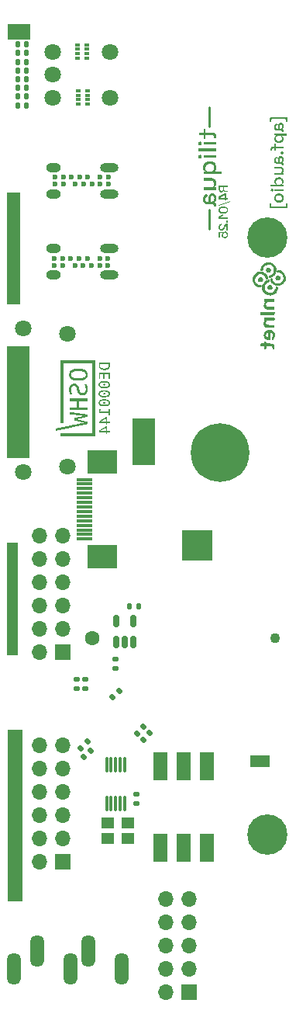
<source format=gbr>
%TF.GenerationSoftware,KiCad,Pcbnew,8.0.7*%
%TF.CreationDate,2025-01-04T21:32:03+01:00*%
%TF.ProjectId,tiliqua-motherboard,74696c69-7175-4612-9d6d-6f7468657262,rev?*%
%TF.SameCoordinates,Original*%
%TF.FileFunction,Soldermask,Bot*%
%TF.FilePolarity,Negative*%
%FSLAX46Y46*%
G04 Gerber Fmt 4.6, Leading zero omitted, Abs format (unit mm)*
G04 Created by KiCad (PCBNEW 8.0.7) date 2025-01-04 21:32:03*
%MOMM*%
%LPD*%
G01*
G04 APERTURE LIST*
G04 Aperture macros list*
%AMRoundRect*
0 Rectangle with rounded corners*
0 $1 Rounding radius*
0 $2 $3 $4 $5 $6 $7 $8 $9 X,Y pos of 4 corners*
0 Add a 4 corners polygon primitive as box body*
4,1,4,$2,$3,$4,$5,$6,$7,$8,$9,$2,$3,0*
0 Add four circle primitives for the rounded corners*
1,1,$1+$1,$2,$3*
1,1,$1+$1,$4,$5*
1,1,$1+$1,$6,$7*
1,1,$1+$1,$8,$9*
0 Add four rect primitives between the rounded corners*
20,1,$1+$1,$2,$3,$4,$5,0*
20,1,$1+$1,$4,$5,$6,$7,0*
20,1,$1+$1,$6,$7,$8,$9,0*
20,1,$1+$1,$8,$9,$2,$3,0*%
G04 Aperture macros list end*
%ADD10C,0.250000*%
%ADD11C,0.010000*%
%ADD12C,0.300000*%
%ADD13C,0.000000*%
%ADD14C,0.600000*%
%ADD15O,1.600000X1.000000*%
%ADD16O,2.000000X1.000000*%
%ADD17R,1.700000X1.700000*%
%ADD18O,1.700000X1.700000*%
%ADD19C,1.800000*%
%ADD20C,6.400000*%
%ADD21C,0.700000*%
%ADD22C,4.400000*%
%ADD23C,1.100000*%
%ADD24C,1.600000*%
%ADD25O,1.500000X3.500000*%
%ADD26RoundRect,0.147500X-0.147500X-0.172500X0.147500X-0.172500X0.147500X0.172500X-0.147500X0.172500X0*%
%ADD27RoundRect,0.135000X0.035355X-0.226274X0.226274X-0.035355X-0.035355X0.226274X-0.226274X0.035355X0*%
%ADD28RoundRect,0.135000X-0.035355X0.226274X-0.226274X0.035355X0.035355X-0.226274X0.226274X-0.035355X0*%
%ADD29R,1.400000X1.200000*%
%ADD30RoundRect,0.150000X0.150000X-0.512500X0.150000X0.512500X-0.150000X0.512500X-0.150000X-0.512500X0*%
%ADD31R,1.800000X0.300000*%
%ADD32R,3.200000X2.500000*%
%ADD33R,0.500000X0.400000*%
%ADD34R,0.500000X0.300000*%
%ADD35R,1.600000X3.100000*%
%ADD36RoundRect,0.087500X0.087500X-0.725000X0.087500X0.725000X-0.087500X0.725000X-0.087500X-0.725000X0*%
%ADD37RoundRect,0.135000X0.185000X-0.135000X0.185000X0.135000X-0.185000X0.135000X-0.185000X-0.135000X0*%
%ADD38RoundRect,0.135000X-0.135000X-0.185000X0.135000X-0.185000X0.135000X0.185000X-0.135000X0.185000X0*%
%ADD39RoundRect,0.140000X-0.170000X0.140000X-0.170000X-0.140000X0.170000X-0.140000X0.170000X0.140000X0*%
G04 APERTURE END LIST*
D10*
X22444763Y-11588601D02*
X22444763Y-9488601D01*
D11*
X14040504Y-43486276D02*
X16386617Y-43486276D01*
X16386617Y-48412814D01*
X14040504Y-48412814D01*
X14040504Y-43486276D01*
G36*
X14040504Y-43486276D02*
G01*
X16386617Y-43486276D01*
X16386617Y-48412814D01*
X14040504Y-48412814D01*
X14040504Y-43486276D01*
G37*
X375367Y-77386701D02*
X1971480Y-77386701D01*
X1971480Y-96063239D01*
X375367Y-96063239D01*
X375367Y-77386701D01*
G36*
X375367Y-77386701D02*
G01*
X1971480Y-77386701D01*
X1971480Y-96063239D01*
X375367Y-96063239D01*
X375367Y-77386701D01*
G37*
X337544Y-18773461D02*
X1683657Y-18773461D01*
X1683657Y-30949999D01*
X337544Y-30949999D01*
X337544Y-18773461D01*
G36*
X337544Y-18773461D02*
G01*
X1683657Y-18773461D01*
X1683657Y-30949999D01*
X337544Y-30949999D01*
X337544Y-18773461D01*
G37*
X26947773Y-80161731D02*
X28940000Y-80161731D01*
X28940000Y-81398957D01*
X26947773Y-81398957D01*
X26947773Y-80161731D01*
G36*
X26947773Y-80161731D02*
G01*
X28940000Y-80161731D01*
X28940000Y-81398957D01*
X26947773Y-81398957D01*
X26947773Y-80161731D01*
G37*
X433657Y-449999D02*
X2771926Y-449999D01*
X2771926Y-2046112D01*
X433657Y-2046112D01*
X433657Y-449999D01*
G36*
X433657Y-449999D02*
G01*
X2771926Y-449999D01*
X2771926Y-2046112D01*
X433657Y-2046112D01*
X433657Y-449999D01*
G37*
X19496544Y-55658743D02*
X22688771Y-55658743D01*
X22688771Y-58835281D01*
X19496544Y-58835281D01*
X19496544Y-55658743D01*
G36*
X19496544Y-55658743D02*
G01*
X22688771Y-55658743D01*
X22688771Y-58835281D01*
X19496544Y-58835281D01*
X19496544Y-55658743D01*
G37*
X337544Y-57023461D02*
X1433657Y-57023461D01*
X1433657Y-69199999D01*
X337544Y-69199999D01*
X337544Y-57023461D01*
G36*
X337544Y-57023461D02*
G01*
X1433657Y-57023461D01*
X1433657Y-69199999D01*
X337544Y-69199999D01*
X337544Y-57023461D01*
G37*
D10*
X22444763Y-22788601D02*
X22444763Y-20688601D01*
D11*
X344782Y-35537990D02*
X2690895Y-35537990D01*
X2690895Y-47714528D01*
X344782Y-47714528D01*
X344782Y-35537990D01*
G36*
X344782Y-35537990D02*
G01*
X2690895Y-35537990D01*
X2690895Y-47714528D01*
X344782Y-47714528D01*
X344782Y-35537990D01*
G37*
D12*
G36*
X30991509Y-10756685D02*
G01*
X30978943Y-10686759D01*
X30941244Y-10630168D01*
X30880769Y-10591214D01*
X30815068Y-10580244D01*
X29227441Y-10580244D01*
X29157514Y-10592725D01*
X29100923Y-10630168D01*
X29061969Y-10690738D01*
X29051000Y-10756685D01*
X29051000Y-11076057D01*
X29223337Y-11076057D01*
X29223337Y-10829177D01*
X29268366Y-10777004D01*
X29282151Y-10776176D01*
X30760016Y-10776176D01*
X30817393Y-10813908D01*
X30818829Y-10829177D01*
X30818829Y-11076057D01*
X30991509Y-11076057D01*
X30991509Y-10756685D01*
G37*
G36*
X30272610Y-11198273D02*
G01*
X30343760Y-11212251D01*
X30409527Y-11244976D01*
X30430089Y-11260852D01*
X30479045Y-11313922D01*
X30513135Y-11374571D01*
X30530160Y-11422133D01*
X30544193Y-11491104D01*
X30548355Y-11559902D01*
X30547911Y-11584250D01*
X30540345Y-11654891D01*
X30519974Y-11720272D01*
X30499209Y-11758642D01*
X30452612Y-11812596D01*
X30442936Y-11820215D01*
X30383882Y-11859784D01*
X30383882Y-11889191D01*
X30389695Y-11889191D01*
X30428509Y-11894282D01*
X30485780Y-11932275D01*
X30509856Y-11974817D01*
X30521000Y-12043747D01*
X30521000Y-12194885D01*
X30352423Y-12194885D01*
X30352423Y-12112477D01*
X30350987Y-12096716D01*
X30293609Y-12057767D01*
X29895591Y-12057767D01*
X29884663Y-12057661D01*
X29812543Y-12051014D01*
X29739496Y-12030754D01*
X29676450Y-11996987D01*
X29623407Y-11949714D01*
X29611772Y-11935936D01*
X29572737Y-11874547D01*
X29545713Y-11803114D01*
X29531920Y-11732370D01*
X29527322Y-11653936D01*
X29530432Y-11588275D01*
X29542682Y-11515664D01*
X29566645Y-11446036D01*
X29579436Y-11419943D01*
X29618397Y-11359916D01*
X29669569Y-11307893D01*
X29685699Y-11295342D01*
X29745772Y-11258401D01*
X29811474Y-11232324D01*
X29872339Y-11420733D01*
X29867453Y-11421859D01*
X29801130Y-11447490D01*
X29744796Y-11492882D01*
X29728178Y-11515246D01*
X29702775Y-11580798D01*
X29695898Y-11651884D01*
X29696694Y-11677524D01*
X29710277Y-11748974D01*
X29746847Y-11808835D01*
X29750064Y-11811969D01*
X29810342Y-11848589D01*
X29881914Y-11859784D01*
X29944831Y-11859784D01*
X29944831Y-11577341D01*
X30101439Y-11577341D01*
X30101439Y-11859784D01*
X30121272Y-11859784D01*
X30192097Y-11852504D01*
X30258358Y-11827681D01*
X30312416Y-11785241D01*
X30351936Y-11728457D01*
X30375051Y-11660602D01*
X30381830Y-11589309D01*
X30381792Y-11583832D01*
X30373265Y-11514792D01*
X30342849Y-11450140D01*
X30306384Y-11417152D01*
X30236847Y-11399191D01*
X30191407Y-11406067D01*
X30135975Y-11448088D01*
X30109028Y-11508920D01*
X30101439Y-11577341D01*
X29944831Y-11577341D01*
X29944831Y-11565715D01*
X29946925Y-11514125D01*
X29957921Y-11442029D01*
X29978341Y-11376281D01*
X29987140Y-11356053D01*
X30025933Y-11293838D01*
X30077161Y-11244976D01*
X30107521Y-11226323D01*
X30172584Y-11203836D01*
X30242660Y-11197104D01*
X30272610Y-11198273D01*
G37*
G36*
X30912863Y-12591535D02*
G01*
X30389695Y-12591535D01*
X30389695Y-12622994D01*
X30413971Y-12639243D01*
X30465263Y-12685569D01*
X30494491Y-12724820D01*
X30524761Y-12789519D01*
X30530291Y-12806135D01*
X30544461Y-12876630D01*
X30548355Y-12948179D01*
X30548125Y-12963318D01*
X30540084Y-13036688D01*
X30520556Y-13106184D01*
X30489541Y-13171807D01*
X30478060Y-13190550D01*
X30433233Y-13247771D01*
X30378323Y-13296912D01*
X30320281Y-13334229D01*
X30269602Y-13357945D01*
X30197952Y-13379878D01*
X30128132Y-13391290D01*
X30052542Y-13395094D01*
X30023135Y-13395094D01*
X29966018Y-13392918D01*
X29894873Y-13383248D01*
X29821681Y-13363121D01*
X29755738Y-13333203D01*
X29742092Y-13325356D01*
X29679955Y-13281511D01*
X29627970Y-13229987D01*
X29586136Y-13170782D01*
X29579014Y-13158091D01*
X29550296Y-13092194D01*
X29533065Y-13022223D01*
X29527322Y-12948179D01*
X29527372Y-12939438D01*
X29530753Y-12889365D01*
X29705473Y-12889365D01*
X29706215Y-12913579D01*
X29717350Y-12981352D01*
X29745393Y-13048091D01*
X29789932Y-13105813D01*
X29823964Y-13134865D01*
X29884344Y-13167172D01*
X29955922Y-13185955D01*
X30028948Y-13191298D01*
X30046729Y-13191298D01*
X30093907Y-13189236D01*
X30162066Y-13177359D01*
X30227964Y-13151378D01*
X30287796Y-13106839D01*
X30302829Y-13090634D01*
X30342259Y-13030367D01*
X30365260Y-12960483D01*
X30371914Y-12889365D01*
X30371585Y-12873379D01*
X30360085Y-12798580D01*
X30332155Y-12732329D01*
X30287796Y-12674627D01*
X30253588Y-12645691D01*
X30192763Y-12613513D01*
X30120524Y-12594805D01*
X30046729Y-12589484D01*
X30028948Y-12589484D01*
X29982270Y-12591562D01*
X29914774Y-12603536D01*
X29849417Y-12629727D01*
X29789932Y-12674627D01*
X29774838Y-12691040D01*
X29735248Y-12751307D01*
X29712153Y-12820122D01*
X29705473Y-12889365D01*
X29530753Y-12889365D01*
X29532297Y-12866507D01*
X29547224Y-12797592D01*
X29578271Y-12731731D01*
X29587944Y-12717898D01*
X29636265Y-12662247D01*
X29693847Y-12618891D01*
X29693847Y-12587774D01*
X29554677Y-12587774D01*
X29554677Y-12389791D01*
X30912863Y-12389791D01*
X30912863Y-12591535D01*
G37*
G36*
X30521000Y-13784222D02*
G01*
X29725305Y-13784222D01*
X29725305Y-13513747D01*
X29554677Y-13513747D01*
X29554677Y-13784222D01*
X29343016Y-13784222D01*
X29272630Y-13794301D01*
X29212323Y-13827470D01*
X29202137Y-13836881D01*
X29164094Y-13894308D01*
X29149602Y-13961870D01*
X29149136Y-13978102D01*
X29149136Y-14227034D01*
X29319422Y-14227034D01*
X29319422Y-14042729D01*
X29361293Y-13987352D01*
X29378236Y-13985967D01*
X29554677Y-13985967D01*
X29554677Y-14264306D01*
X29725305Y-14264306D01*
X29725305Y-13985967D01*
X30521000Y-13985967D01*
X30521000Y-13784222D01*
G37*
G36*
X30548355Y-14467076D02*
G01*
X30534182Y-14396896D01*
X30503561Y-14352184D01*
X30444668Y-14315135D01*
X30387643Y-14306364D01*
X30320232Y-14319296D01*
X30273093Y-14352184D01*
X30237426Y-14411257D01*
X30228983Y-14467076D01*
X30243264Y-14537148D01*
X30274119Y-14581626D01*
X30332254Y-14618952D01*
X30387643Y-14627788D01*
X30455610Y-14614760D01*
X30503561Y-14581626D01*
X30539781Y-14522830D01*
X30548355Y-14467076D01*
G37*
G36*
X30272610Y-14824204D02*
G01*
X30343760Y-14838183D01*
X30409527Y-14870907D01*
X30430089Y-14886784D01*
X30479045Y-14939854D01*
X30513135Y-15000503D01*
X30530160Y-15048065D01*
X30544193Y-15117035D01*
X30548355Y-15185834D01*
X30547911Y-15210181D01*
X30540345Y-15280823D01*
X30519974Y-15346204D01*
X30499209Y-15384574D01*
X30452612Y-15438528D01*
X30442936Y-15446147D01*
X30383882Y-15485715D01*
X30383882Y-15515122D01*
X30389695Y-15515122D01*
X30428509Y-15520213D01*
X30485780Y-15558207D01*
X30509856Y-15600749D01*
X30521000Y-15669679D01*
X30521000Y-15820817D01*
X30352423Y-15820817D01*
X30352423Y-15738409D01*
X30350987Y-15722648D01*
X30293609Y-15683699D01*
X29895591Y-15683699D01*
X29884663Y-15683593D01*
X29812543Y-15676945D01*
X29739496Y-15656685D01*
X29676450Y-15622919D01*
X29623407Y-15575646D01*
X29611772Y-15561868D01*
X29572737Y-15500479D01*
X29545713Y-15429045D01*
X29531920Y-15358302D01*
X29527322Y-15279868D01*
X29530432Y-15214207D01*
X29542682Y-15141596D01*
X29566645Y-15071968D01*
X29579436Y-15045875D01*
X29618397Y-14985847D01*
X29669569Y-14933824D01*
X29685699Y-14921274D01*
X29745772Y-14884332D01*
X29811474Y-14858255D01*
X29872339Y-15046664D01*
X29867453Y-15047791D01*
X29801130Y-15073421D01*
X29744796Y-15118814D01*
X29728178Y-15141177D01*
X29702775Y-15206730D01*
X29695898Y-15277816D01*
X29696694Y-15303456D01*
X29710277Y-15374905D01*
X29746847Y-15434766D01*
X29750064Y-15437901D01*
X29810342Y-15474521D01*
X29881914Y-15485715D01*
X29944831Y-15485715D01*
X29944831Y-15203273D01*
X30101439Y-15203273D01*
X30101439Y-15485715D01*
X30121272Y-15485715D01*
X30192097Y-15478436D01*
X30258358Y-15453612D01*
X30312416Y-15411172D01*
X30351936Y-15354389D01*
X30375051Y-15286534D01*
X30381830Y-15215241D01*
X30381792Y-15209763D01*
X30373265Y-15140724D01*
X30342849Y-15076071D01*
X30306384Y-15043084D01*
X30236847Y-15025122D01*
X30191407Y-15031998D01*
X30135975Y-15074020D01*
X30109028Y-15134852D01*
X30101439Y-15203273D01*
X29944831Y-15203273D01*
X29944831Y-15191647D01*
X29946925Y-15140057D01*
X29957921Y-15067961D01*
X29978341Y-15002212D01*
X29987140Y-14981984D01*
X30025933Y-14919770D01*
X30077161Y-14870907D01*
X30107521Y-14852254D01*
X30172584Y-14829768D01*
X30242660Y-14823036D01*
X30272610Y-14824204D01*
G37*
G36*
X30538780Y-16361424D02*
G01*
X30533002Y-16288750D01*
X30515669Y-16221652D01*
X30489883Y-16165492D01*
X30447231Y-16106059D01*
X30393135Y-16057012D01*
X30350713Y-16030084D01*
X30284490Y-16002245D01*
X30217063Y-15986964D01*
X30142758Y-15981234D01*
X30134949Y-15981186D01*
X29554677Y-15981186D01*
X29554677Y-16182931D01*
X30121272Y-16182931D01*
X30193293Y-16189042D01*
X30262792Y-16212507D01*
X30306603Y-16245506D01*
X30345125Y-16304696D01*
X30363254Y-16373658D01*
X30366101Y-16420237D01*
X30357986Y-16492679D01*
X30330316Y-16561489D01*
X30283009Y-16618904D01*
X30223684Y-16658755D01*
X30158015Y-16682001D01*
X30089878Y-16692628D01*
X30042625Y-16694473D01*
X29554677Y-16694473D01*
X29554677Y-16896560D01*
X30521000Y-16896560D01*
X30521000Y-16698577D01*
X30376017Y-16698577D01*
X30376017Y-16667118D01*
X30433121Y-16628906D01*
X30480282Y-16577659D01*
X30486806Y-16568981D01*
X30518478Y-16506775D01*
X30534669Y-16433278D01*
X30538780Y-16361424D01*
G37*
G36*
X30109775Y-17148340D02*
G01*
X30181038Y-17157957D01*
X30254311Y-17177972D01*
X30320281Y-17207725D01*
X30333885Y-17215618D01*
X30395855Y-17259769D01*
X30447740Y-17311735D01*
X30489541Y-17371514D01*
X30496663Y-17384321D01*
X30525381Y-17450438D01*
X30542611Y-17520029D01*
X30548355Y-17593092D01*
X30548305Y-17601853D01*
X30543379Y-17674910D01*
X30528453Y-17743839D01*
X30497406Y-17809540D01*
X30487751Y-17823372D01*
X30439991Y-17879023D01*
X30383882Y-17922380D01*
X30383882Y-17953838D01*
X30521000Y-17953838D01*
X30521000Y-18151821D01*
X29149136Y-18151821D01*
X29149136Y-17949735D01*
X29685982Y-17949735D01*
X29685982Y-17918276D01*
X29661886Y-17902909D01*
X29610755Y-17855701D01*
X29581294Y-17815413D01*
X29550916Y-17750726D01*
X29545386Y-17734350D01*
X29531216Y-17664471D01*
X29530419Y-17649854D01*
X29705473Y-17649854D01*
X29706215Y-17674425D01*
X29717350Y-17742947D01*
X29745393Y-17809946D01*
X29789932Y-17867327D01*
X29817947Y-17891659D01*
X29884344Y-17927950D01*
X29955922Y-17946508D01*
X30028948Y-17951787D01*
X30046729Y-17951787D01*
X30093907Y-17949700D01*
X30162066Y-17937678D01*
X30227964Y-17911382D01*
X30287796Y-17866302D01*
X30302829Y-17849932D01*
X30342259Y-17789504D01*
X30365260Y-17720061D01*
X30371914Y-17649854D01*
X30371585Y-17633868D01*
X30360085Y-17559068D01*
X30332155Y-17492818D01*
X30287796Y-17435115D01*
X30253588Y-17406180D01*
X30192763Y-17374002D01*
X30120524Y-17355294D01*
X30046729Y-17349972D01*
X30028948Y-17349972D01*
X29982270Y-17352051D01*
X29914774Y-17364024D01*
X29849417Y-17390216D01*
X29789932Y-17435115D01*
X29774838Y-17451528D01*
X29735248Y-17511795D01*
X29712153Y-17580611D01*
X29705473Y-17649854D01*
X29530419Y-17649854D01*
X29527322Y-17593092D01*
X29527552Y-17577993D01*
X29535593Y-17504743D01*
X29555121Y-17435233D01*
X29586136Y-17369463D01*
X29597629Y-17350717D01*
X29642669Y-17293443D01*
X29698060Y-17244182D01*
X29756764Y-17206699D01*
X29807611Y-17183116D01*
X29879093Y-17161307D01*
X29948400Y-17149959D01*
X30023135Y-17146176D01*
X30052542Y-17146176D01*
X30109775Y-17148340D01*
G37*
G36*
X30521000Y-18448967D02*
G01*
X29554677Y-18448967D01*
X29554677Y-18650712D01*
X30521000Y-18650712D01*
X30521000Y-18448967D01*
G37*
G36*
X29423372Y-18550523D02*
G01*
X29407026Y-18481283D01*
X29385417Y-18451361D01*
X29325432Y-18416081D01*
X29286254Y-18411354D01*
X29219122Y-18426982D01*
X29187434Y-18451361D01*
X29153662Y-18512271D01*
X29149136Y-18550523D01*
X29164096Y-18618057D01*
X29187434Y-18650370D01*
X29247116Y-18685046D01*
X29286254Y-18689693D01*
X29353520Y-18674332D01*
X29385417Y-18650370D01*
X29418887Y-18589782D01*
X29423372Y-18550523D01*
G37*
G36*
X30108417Y-18904652D02*
G01*
X30178429Y-18914750D01*
X30251062Y-18935766D01*
X30317203Y-18967006D01*
X30350876Y-18988379D01*
X30405093Y-19032783D01*
X30451086Y-19084814D01*
X30488857Y-19144473D01*
X30509077Y-19187918D01*
X30531563Y-19257323D01*
X30544636Y-19331814D01*
X30548355Y-19402296D01*
X30546902Y-19446835D01*
X30536966Y-19523134D01*
X30517618Y-19594457D01*
X30488857Y-19660803D01*
X30468888Y-19695184D01*
X30426549Y-19751011D01*
X30375988Y-19799048D01*
X30317203Y-19839295D01*
X30266321Y-19864477D01*
X30195131Y-19887765D01*
X30126401Y-19899883D01*
X30052542Y-19903922D01*
X30023135Y-19903922D01*
X29967296Y-19901650D01*
X29897444Y-19891552D01*
X29825145Y-19870536D01*
X29759499Y-19839295D01*
X29726105Y-19817897D01*
X29672180Y-19773322D01*
X29626208Y-19720957D01*
X29588187Y-19660803D01*
X29567503Y-19617125D01*
X29544500Y-19547462D01*
X29531126Y-19472821D01*
X29527322Y-19402296D01*
X29707524Y-19402296D01*
X29708276Y-19427158D01*
X29719546Y-19496191D01*
X29747929Y-19563123D01*
X29793009Y-19619770D01*
X29821219Y-19643510D01*
X29887256Y-19678920D01*
X29957653Y-19697027D01*
X30028948Y-19702177D01*
X30046729Y-19702177D01*
X30083407Y-19700874D01*
X30158471Y-19688408D01*
X30223203Y-19662742D01*
X30283009Y-19618744D01*
X30298225Y-19602664D01*
X30338136Y-19542772D01*
X30361417Y-19473195D01*
X30368152Y-19402296D01*
X30367404Y-19378097D01*
X30356179Y-19310549D01*
X30327909Y-19244378D01*
X30283009Y-19187558D01*
X30254701Y-19163522D01*
X30188517Y-19127671D01*
X30118045Y-19109339D01*
X30046729Y-19104124D01*
X30028948Y-19104124D01*
X29992275Y-19105428D01*
X29917262Y-19117894D01*
X29852635Y-19143560D01*
X29793009Y-19187558D01*
X29777732Y-19203622D01*
X29737661Y-19263248D01*
X29714286Y-19332224D01*
X29707524Y-19402296D01*
X29527322Y-19402296D01*
X29528808Y-19357774D01*
X29538972Y-19281588D01*
X29558765Y-19210488D01*
X29588187Y-19144473D01*
X29608328Y-19110388D01*
X29650766Y-19054966D01*
X29701157Y-19007173D01*
X29759499Y-18967006D01*
X29809982Y-18941825D01*
X29880802Y-18918536D01*
X29949340Y-18906419D01*
X30023135Y-18902380D01*
X30052542Y-18902380D01*
X30108417Y-18904652D01*
G37*
G36*
X30991509Y-20022233D02*
G01*
X30818829Y-20022233D01*
X30818829Y-20271165D01*
X30773800Y-20323338D01*
X30760016Y-20324166D01*
X29282151Y-20324166D01*
X29224773Y-20286434D01*
X29223337Y-20271165D01*
X29223337Y-20022233D01*
X29051000Y-20022233D01*
X29051000Y-20341947D01*
X29063480Y-20413156D01*
X29100923Y-20470175D01*
X29161494Y-20509128D01*
X29227441Y-20520098D01*
X30815068Y-20520098D01*
X30884738Y-20507617D01*
X30941244Y-20470175D01*
X30980464Y-20409121D01*
X30991509Y-20341947D01*
X30991509Y-20022233D01*
G37*
D10*
G36*
X24452553Y-18219907D02*
G01*
X24066160Y-18219907D01*
X24066160Y-18518128D01*
X24067236Y-18536003D01*
X24088631Y-18581143D01*
X24100721Y-18589798D01*
X24148714Y-18600926D01*
X24452553Y-18600926D01*
X24452553Y-18753334D01*
X24127710Y-18753334D01*
X24076340Y-18746250D01*
X24033432Y-18721094D01*
X24007969Y-18683786D01*
X23997528Y-18635853D01*
X23975058Y-18635853D01*
X23961884Y-18666170D01*
X23934395Y-18707179D01*
X23897633Y-18742831D01*
X23890558Y-18748185D01*
X23846498Y-18771454D01*
X23798881Y-18783542D01*
X23749866Y-18787039D01*
X23734234Y-18787039D01*
X23690399Y-18783987D01*
X23641651Y-18771965D01*
X23594527Y-18748449D01*
X23563581Y-18724426D01*
X23529051Y-18684761D01*
X23504158Y-18640738D01*
X23498527Y-18627543D01*
X23483758Y-18580831D01*
X23475142Y-18529922D01*
X23472650Y-18480514D01*
X23472650Y-18463662D01*
X23609670Y-18463662D01*
X23611657Y-18497932D01*
X23624308Y-18548090D01*
X23651192Y-18590179D01*
X23667727Y-18605203D01*
X23714523Y-18628171D01*
X23763788Y-18634387D01*
X23775023Y-18634387D01*
X23796577Y-18633290D01*
X23845751Y-18620168D01*
X23887619Y-18589447D01*
X23907572Y-18561426D01*
X23924018Y-18515110D01*
X23928896Y-18463662D01*
X23928896Y-18219907D01*
X23609670Y-18219907D01*
X23609670Y-18463662D01*
X23472650Y-18463662D01*
X23472650Y-18068721D01*
X24452553Y-18068721D01*
X24452553Y-18219907D01*
G37*
G36*
X24252273Y-19386900D02*
G01*
X24452553Y-19386900D01*
X24452553Y-19533934D01*
X24252273Y-19533934D01*
X24252273Y-19699286D01*
X24122092Y-19699286D01*
X24122092Y-19533934D01*
X23472650Y-19533934D01*
X23472650Y-19364674D01*
X23564974Y-19364674D01*
X23564974Y-19386900D01*
X24122092Y-19386900D01*
X24122092Y-19034213D01*
X24102553Y-19034213D01*
X23564974Y-19364674D01*
X23472650Y-19364674D01*
X23472650Y-19266488D01*
X24081548Y-18891331D01*
X24252273Y-18891331D01*
X24252273Y-19386900D01*
G37*
G36*
X24732455Y-19720780D02*
G01*
X23472650Y-20132329D01*
X23472650Y-20276676D01*
X24732455Y-19865127D01*
X24732455Y-19720780D01*
G37*
G36*
X24129034Y-20341031D02*
G01*
X24184044Y-20347465D01*
X24234225Y-20358848D01*
X24288066Y-20379041D01*
X24334952Y-20406361D01*
X24374883Y-20440808D01*
X24397667Y-20467293D01*
X24426146Y-20511085D01*
X24447790Y-20559754D01*
X24462599Y-20613300D01*
X24469719Y-20661648D01*
X24472092Y-20713383D01*
X24471238Y-20745046D01*
X24466016Y-20795051D01*
X24453486Y-20850492D01*
X24434120Y-20900953D01*
X24407919Y-20946434D01*
X24374883Y-20986935D01*
X24342091Y-21016206D01*
X24296364Y-21044782D01*
X24243682Y-21066214D01*
X24194467Y-21078617D01*
X24140422Y-21086059D01*
X24081548Y-21088540D01*
X23843655Y-21088540D01*
X23797108Y-21086952D01*
X23742991Y-21080502D01*
X23693395Y-21069092D01*
X23639846Y-21048850D01*
X23592805Y-21021464D01*
X23552273Y-20986935D01*
X23528975Y-20960488D01*
X23499852Y-20916667D01*
X23477718Y-20867866D01*
X23462574Y-20814085D01*
X23455293Y-20765463D01*
X23452867Y-20713383D01*
X23584513Y-20713383D01*
X23586106Y-20745879D01*
X23596996Y-20798514D01*
X23618202Y-20843613D01*
X23649726Y-20881177D01*
X23685676Y-20907571D01*
X23734403Y-20928250D01*
X23785079Y-20938619D01*
X23835107Y-20941505D01*
X24087165Y-20941505D01*
X24130422Y-20939530D01*
X24182194Y-20930753D01*
X24232372Y-20912485D01*
X24274011Y-20885330D01*
X24296588Y-20862243D01*
X24321696Y-20819692D01*
X24336293Y-20767635D01*
X24340445Y-20713383D01*
X24338859Y-20679280D01*
X24329723Y-20630497D01*
X24309737Y-20584118D01*
X24275476Y-20543145D01*
X24239252Y-20518355D01*
X24189851Y-20498932D01*
X24138251Y-20489192D01*
X24087165Y-20486481D01*
X23835107Y-20486481D01*
X23792846Y-20488550D01*
X23742082Y-20497748D01*
X23692599Y-20516889D01*
X23651192Y-20545343D01*
X23628532Y-20569186D01*
X23603332Y-20611582D01*
X23588681Y-20661939D01*
X23584513Y-20713383D01*
X23452867Y-20713383D01*
X23453740Y-20681935D01*
X23459079Y-20632233D01*
X23471894Y-20577061D01*
X23491697Y-20526766D01*
X23518491Y-20481348D01*
X23552273Y-20440808D01*
X23585598Y-20411607D01*
X23631554Y-20383099D01*
X23684018Y-20361718D01*
X23732711Y-20349345D01*
X23785923Y-20341921D01*
X23843655Y-20339447D01*
X24081548Y-20339447D01*
X24129034Y-20341031D01*
G37*
G36*
X24452553Y-21525002D02*
G01*
X23576209Y-21525002D01*
X23576209Y-21502531D01*
X23906670Y-21341575D01*
X23906670Y-21186237D01*
X23472650Y-21403124D01*
X23472650Y-21672036D01*
X24452553Y-21672036D01*
X24452553Y-21525002D01*
G37*
G36*
X24472092Y-21967081D02*
G01*
X24461968Y-21916952D01*
X24440096Y-21885015D01*
X24398030Y-21858551D01*
X24357298Y-21852287D01*
X24309147Y-21861524D01*
X24275476Y-21885015D01*
X24250000Y-21927210D01*
X24243969Y-21967081D01*
X24254170Y-22017133D01*
X24276209Y-22048902D01*
X24317734Y-22075564D01*
X24357298Y-22081875D01*
X24405846Y-22072569D01*
X24440096Y-22048902D01*
X24465968Y-22006905D01*
X24472092Y-21967081D01*
G37*
G36*
X24452553Y-22226955D02*
G01*
X24341910Y-22226955D01*
X24287362Y-22229718D01*
X24238570Y-22238007D01*
X24191110Y-22253696D01*
X24174116Y-22261882D01*
X24131693Y-22289583D01*
X24095100Y-22324326D01*
X24066893Y-22362022D01*
X24042383Y-22405427D01*
X24020449Y-22454128D01*
X24002910Y-22502486D01*
X23997528Y-22519558D01*
X23970906Y-22605043D01*
X23953455Y-22652180D01*
X23931126Y-22695836D01*
X23926209Y-22703718D01*
X23894200Y-22742198D01*
X23859775Y-22767221D01*
X23813493Y-22784754D01*
X23766474Y-22789691D01*
X23760857Y-22789691D01*
X23708314Y-22783082D01*
X23660607Y-22760797D01*
X23631408Y-22733759D01*
X23604709Y-22691150D01*
X23589093Y-22640230D01*
X23584513Y-22586725D01*
X23588513Y-22536789D01*
X23602337Y-22487922D01*
X23628949Y-22442212D01*
X23635072Y-22434806D01*
X23675290Y-22401711D01*
X23721620Y-22383545D01*
X23771270Y-22376903D01*
X23783327Y-22376676D01*
X23805797Y-22376676D01*
X23805797Y-22231108D01*
X23784793Y-22231108D01*
X23733608Y-22233993D01*
X23680953Y-22244136D01*
X23633514Y-22261582D01*
X23604786Y-22277270D01*
X23562201Y-22309660D01*
X23526342Y-22348825D01*
X23499820Y-22389865D01*
X23492190Y-22404764D01*
X23473181Y-22452040D01*
X23460393Y-22502369D01*
X23453827Y-22555750D01*
X23452867Y-22586725D01*
X23455233Y-22635803D01*
X23463551Y-22687767D01*
X23477858Y-22736292D01*
X23490724Y-22766732D01*
X23517391Y-22812900D01*
X23550068Y-22852484D01*
X23588755Y-22885486D01*
X23597214Y-22891296D01*
X23642423Y-22915253D01*
X23692259Y-22930337D01*
X23741068Y-22936326D01*
X23758170Y-22936725D01*
X23770871Y-22936725D01*
X23821783Y-22933731D01*
X23872416Y-22923379D01*
X23920894Y-22903452D01*
X23928896Y-22898868D01*
X23969592Y-22869574D01*
X24005036Y-22833411D01*
X24032699Y-22794576D01*
X24056799Y-22751075D01*
X24078418Y-22703614D01*
X24095755Y-22657515D01*
X24101087Y-22641436D01*
X24126244Y-22558882D01*
X24142883Y-22509574D01*
X24163483Y-22463299D01*
X24169231Y-22452880D01*
X24199766Y-22413009D01*
X24224430Y-22394262D01*
X24271790Y-22378100D01*
X24306984Y-22375455D01*
X24320906Y-22375455D01*
X24320906Y-22928421D01*
X24452553Y-22928421D01*
X24452553Y-22226955D01*
G37*
G36*
X24472092Y-23419838D02*
G01*
X24469558Y-23366348D01*
X24461956Y-23316523D01*
X24447346Y-23264848D01*
X24431548Y-23227863D01*
X24406075Y-23185168D01*
X24371519Y-23144572D01*
X24330379Y-23111179D01*
X24316753Y-23102566D01*
X24268034Y-23079382D01*
X24220230Y-23065858D01*
X24168677Y-23059289D01*
X24144562Y-23058602D01*
X24129175Y-23058602D01*
X24129175Y-23208567D01*
X24143097Y-23208567D01*
X24195638Y-23213958D01*
X24245388Y-23232340D01*
X24286712Y-23263766D01*
X24317304Y-23306939D01*
X24334096Y-23355254D01*
X24340235Y-23406119D01*
X24340445Y-23418372D01*
X24336021Y-23472266D01*
X24320727Y-23523538D01*
X24294509Y-23565746D01*
X24284513Y-23576641D01*
X24241414Y-23608485D01*
X24194168Y-23625964D01*
X24145080Y-23632355D01*
X24133327Y-23632573D01*
X24120871Y-23632573D01*
X24067509Y-23627159D01*
X24021304Y-23610916D01*
X23978742Y-23580541D01*
X23975302Y-23577130D01*
X23944153Y-23535631D01*
X23925934Y-23487032D01*
X23920592Y-23436690D01*
X23925758Y-23385816D01*
X23935246Y-23357556D01*
X23962020Y-23315928D01*
X23970906Y-23306997D01*
X24010227Y-23276519D01*
X24011450Y-23275734D01*
X24011450Y-23089377D01*
X23472650Y-23089377D01*
X23472650Y-23746146D01*
X23605518Y-23746146D01*
X23605518Y-23236411D01*
X23893969Y-23236411D01*
X23893969Y-23258882D01*
X23855316Y-23290895D01*
X23848540Y-23298693D01*
X23822345Y-23341911D01*
X23812880Y-23366593D01*
X23801827Y-23415984D01*
X23798714Y-23467465D01*
X23802340Y-23520082D01*
X23813216Y-23569551D01*
X23831344Y-23615871D01*
X23835839Y-23624757D01*
X23862453Y-23666212D01*
X23895889Y-23702037D01*
X23936146Y-23732234D01*
X23945016Y-23737597D01*
X23993006Y-23759751D01*
X24041254Y-23772674D01*
X24094294Y-23778951D01*
X24119405Y-23779607D01*
X24134793Y-23779607D01*
X24184191Y-23776890D01*
X24235822Y-23767337D01*
X24283281Y-23750907D01*
X24312601Y-23736132D01*
X24356503Y-23705463D01*
X24393869Y-23667496D01*
X24421911Y-23627085D01*
X24430082Y-23612301D01*
X24450390Y-23564589D01*
X24464051Y-23511854D01*
X24470615Y-23460762D01*
X24472092Y-23419838D01*
G37*
D12*
G36*
X23174763Y-12543172D02*
G01*
X23160270Y-12442807D01*
X23112578Y-12357270D01*
X23099047Y-12342893D01*
X23017116Y-12289598D01*
X22920892Y-12269296D01*
X22897791Y-12268643D01*
X22038056Y-12268643D01*
X22038056Y-11888113D01*
X21794302Y-11888113D01*
X21794302Y-12268643D01*
X21338056Y-12268643D01*
X21338056Y-12557338D01*
X21794302Y-12557338D01*
X21794302Y-12968643D01*
X22038056Y-12968643D01*
X22038056Y-12557338D01*
X22846989Y-12557338D01*
X22928957Y-12612980D01*
X22931008Y-12635496D01*
X22931008Y-12924191D01*
X23174763Y-12924191D01*
X23174763Y-12543172D01*
G37*
G36*
X23174763Y-13307164D02*
G01*
X21794302Y-13307164D01*
X21794302Y-13595370D01*
X23174763Y-13595370D01*
X23174763Y-13307164D01*
G37*
G36*
X21606723Y-13452244D02*
G01*
X21583372Y-13353328D01*
X21552502Y-13310583D01*
X21466809Y-13260184D01*
X21410841Y-13253430D01*
X21314937Y-13275756D01*
X21269668Y-13310583D01*
X21221423Y-13397598D01*
X21214958Y-13452244D01*
X21236329Y-13548720D01*
X21269668Y-13594882D01*
X21354930Y-13644420D01*
X21410841Y-13651058D01*
X21506935Y-13629114D01*
X21552502Y-13594882D01*
X21600316Y-13508328D01*
X21606723Y-13452244D01*
G37*
G36*
X23174763Y-14022307D02*
G01*
X21214958Y-14022307D01*
X21214958Y-14310513D01*
X23174763Y-14310513D01*
X23174763Y-14022307D01*
G37*
G36*
X23174763Y-14737450D02*
G01*
X21794302Y-14737450D01*
X21794302Y-15025656D01*
X23174763Y-15025656D01*
X23174763Y-14737450D01*
G37*
G36*
X21606723Y-14882530D02*
G01*
X21583372Y-14783615D01*
X21552502Y-14740869D01*
X21466809Y-14690470D01*
X21410841Y-14683716D01*
X21314937Y-14706042D01*
X21269668Y-14740869D01*
X21221423Y-14827884D01*
X21214958Y-14882530D01*
X21236329Y-14979006D01*
X21269668Y-15025168D01*
X21354930Y-15074706D01*
X21410841Y-15081344D01*
X21506935Y-15059400D01*
X21552502Y-15025168D01*
X21600316Y-14938614D01*
X21606723Y-14882530D01*
G37*
G36*
X22587299Y-15388222D02*
G01*
X22689103Y-15401731D01*
X22793778Y-15429848D01*
X22888021Y-15471644D01*
X22907456Y-15482742D01*
X22995984Y-15545100D01*
X23070106Y-15618907D01*
X23129822Y-15704163D01*
X23139996Y-15722527D01*
X23181021Y-15817553D01*
X23205636Y-15917921D01*
X23213841Y-16023633D01*
X23213315Y-16056537D01*
X23204329Y-16154092D01*
X23180136Y-16248825D01*
X23150083Y-16317642D01*
X23095139Y-16398790D01*
X23065666Y-16429560D01*
X22987184Y-16488183D01*
X22987184Y-16533123D01*
X23734567Y-16533123D01*
X23734567Y-16821818D01*
X21794302Y-16821818D01*
X21794302Y-16538985D01*
X21993116Y-16538985D01*
X21993116Y-16494044D01*
X21964741Y-16476070D01*
X21890370Y-16411528D01*
X21828007Y-16332844D01*
X21823529Y-16326035D01*
X21780882Y-16229968D01*
X21760980Y-16129656D01*
X21759626Y-16104721D01*
X22009724Y-16104721D01*
X22010785Y-16139313D01*
X22026691Y-16236132D01*
X22066753Y-16331472D01*
X22130380Y-16413933D01*
X22178998Y-16455435D01*
X22265255Y-16501588D01*
X22367509Y-16528422D01*
X22471832Y-16536054D01*
X22497233Y-16536054D01*
X22564631Y-16533108D01*
X22662000Y-16516141D01*
X22756140Y-16479025D01*
X22841615Y-16415398D01*
X22863090Y-16392249D01*
X22919419Y-16306153D01*
X22952277Y-16206319D01*
X22961783Y-16104721D01*
X22961313Y-16081885D01*
X22944884Y-15975028D01*
X22904985Y-15880384D01*
X22841615Y-15797952D01*
X22792746Y-15756616D01*
X22705853Y-15710647D01*
X22602654Y-15683921D01*
X22497233Y-15676319D01*
X22471832Y-15676319D01*
X22405149Y-15679289D01*
X22308726Y-15696394D01*
X22215359Y-15733810D01*
X22130380Y-15797952D01*
X22108818Y-15821400D01*
X22052260Y-15907495D01*
X22019268Y-16005803D01*
X22009724Y-16104721D01*
X21759626Y-16104721D01*
X21755223Y-16023633D01*
X21755551Y-16002361D01*
X21767038Y-15898977D01*
X21794935Y-15800555D01*
X21839243Y-15707094D01*
X21855649Y-15680302D01*
X21919763Y-15598252D01*
X21998378Y-15527364D01*
X22081532Y-15473109D01*
X22153907Y-15438849D01*
X22256165Y-15407164D01*
X22355755Y-15390677D01*
X22463527Y-15385182D01*
X22505537Y-15385182D01*
X22587299Y-15388222D01*
G37*
G36*
X23200164Y-17775342D02*
G01*
X23191910Y-17671522D01*
X23167147Y-17575668D01*
X23130310Y-17495440D01*
X23069379Y-17410535D01*
X22992099Y-17340468D01*
X22931497Y-17302000D01*
X22836891Y-17262230D01*
X22740568Y-17240400D01*
X22634418Y-17232214D01*
X22623262Y-17232146D01*
X21794302Y-17232146D01*
X21794302Y-17520353D01*
X22603723Y-17520353D01*
X22706610Y-17529083D01*
X22805895Y-17562605D01*
X22868482Y-17609746D01*
X22923514Y-17694303D01*
X22949411Y-17792821D01*
X22953478Y-17859362D01*
X22941886Y-17962850D01*
X22902358Y-18061150D01*
X22834776Y-18143172D01*
X22750026Y-18200102D01*
X22656213Y-18233311D01*
X22558874Y-18248492D01*
X22491371Y-18251127D01*
X21794302Y-18251127D01*
X21794302Y-18539822D01*
X23174763Y-18539822D01*
X23174763Y-18256989D01*
X22967645Y-18256989D01*
X22967645Y-18212049D01*
X23049222Y-18157460D01*
X23116595Y-18084250D01*
X23125914Y-18071853D01*
X23171160Y-17982987D01*
X23194290Y-17877992D01*
X23200164Y-17775342D01*
G37*
G36*
X22819921Y-18875616D02*
G01*
X22921563Y-18895585D01*
X23015516Y-18942335D01*
X23044890Y-18965015D01*
X23114827Y-19040830D01*
X23163527Y-19127471D01*
X23187849Y-19195417D01*
X23207896Y-19293946D01*
X23213841Y-19392230D01*
X23213208Y-19427012D01*
X23202399Y-19527928D01*
X23173297Y-19621330D01*
X23143633Y-19676144D01*
X23077065Y-19753221D01*
X23063243Y-19764105D01*
X22978880Y-19820632D01*
X22978880Y-19862642D01*
X22987184Y-19862642D01*
X23042633Y-19869915D01*
X23124448Y-19924191D01*
X23158843Y-19984965D01*
X23174763Y-20083437D01*
X23174763Y-20299348D01*
X22933939Y-20299348D01*
X22933939Y-20181623D01*
X22931888Y-20159107D01*
X22849920Y-20103465D01*
X22281322Y-20103465D01*
X22265711Y-20103314D01*
X22162681Y-20093818D01*
X22058328Y-20064875D01*
X21968264Y-20016637D01*
X21892488Y-19949104D01*
X21875866Y-19929421D01*
X21820102Y-19841723D01*
X21781496Y-19739675D01*
X21761791Y-19638612D01*
X21755223Y-19526564D01*
X21759667Y-19432763D01*
X21777167Y-19329032D01*
X21811399Y-19229564D01*
X21829672Y-19192289D01*
X21885330Y-19106535D01*
X21958433Y-19032216D01*
X21981476Y-19014287D01*
X22067295Y-18961513D01*
X22161155Y-18924261D01*
X22248105Y-19193416D01*
X22241125Y-19195025D01*
X22146378Y-19231640D01*
X22065900Y-19296487D01*
X22042161Y-19328435D01*
X22005870Y-19422081D01*
X21996047Y-19523633D01*
X21997184Y-19560261D01*
X22016588Y-19662332D01*
X22068831Y-19747848D01*
X22073426Y-19752326D01*
X22159537Y-19804639D01*
X22261783Y-19820632D01*
X22351664Y-19820632D01*
X22351664Y-19417143D01*
X22575391Y-19417143D01*
X22575391Y-19820632D01*
X22603723Y-19820632D01*
X22704902Y-19810233D01*
X22799560Y-19774771D01*
X22876786Y-19714142D01*
X22933243Y-19633022D01*
X22966265Y-19536087D01*
X22975949Y-19434240D01*
X22975894Y-19426415D01*
X22963713Y-19327787D01*
X22920261Y-19235426D01*
X22868169Y-19188301D01*
X22768831Y-19162642D01*
X22703916Y-19172465D01*
X22624728Y-19232495D01*
X22586231Y-19319398D01*
X22575391Y-19417143D01*
X22351664Y-19417143D01*
X22351664Y-19400534D01*
X22354656Y-19326834D01*
X22370364Y-19223840D01*
X22399536Y-19129913D01*
X22412107Y-19101016D01*
X22467525Y-19012139D01*
X22540708Y-18942335D01*
X22584078Y-18915687D01*
X22677026Y-18883564D01*
X22777135Y-18873947D01*
X22819921Y-18875616D01*
G37*
D13*
%TO.C,G\u002A\u002A\u002A*%
G36*
X28156413Y-28053482D02*
G01*
X28229611Y-28109336D01*
X28283164Y-28190224D01*
X28287689Y-28200923D01*
X28306825Y-28292698D01*
X28292052Y-28381799D01*
X28244922Y-28463642D01*
X28166982Y-28533646D01*
X28166909Y-28533696D01*
X28085412Y-28568291D01*
X27995538Y-28568417D01*
X27898292Y-28534071D01*
X27857782Y-28508648D01*
X27797151Y-28443536D01*
X27762803Y-28364916D01*
X27754854Y-28280018D01*
X27773422Y-28196074D01*
X27818624Y-28120316D01*
X27890579Y-28059975D01*
X27890682Y-28059916D01*
X27979773Y-28026391D01*
X28070742Y-28025040D01*
X28156413Y-28053482D01*
G37*
G36*
X28976502Y-26997726D02*
G01*
X29059323Y-27038729D01*
X29125319Y-27107739D01*
X29129612Y-27114367D01*
X29157493Y-27179610D01*
X29165865Y-27261391D01*
X29160606Y-27319042D01*
X29127905Y-27407886D01*
X29069254Y-27477150D01*
X28989272Y-27522157D01*
X28892580Y-27538227D01*
X28829117Y-27531194D01*
X28749971Y-27498098D01*
X28688981Y-27443491D01*
X28647491Y-27373615D01*
X28626843Y-27294709D01*
X28628386Y-27213012D01*
X28653458Y-27134766D01*
X28703407Y-27066211D01*
X28779576Y-27013587D01*
X28791575Y-27008226D01*
X28884653Y-26986849D01*
X28976502Y-26997726D01*
G37*
G36*
X29999009Y-27862758D02*
G01*
X30047556Y-27881929D01*
X30118318Y-27931540D01*
X30172480Y-27996163D01*
X30200598Y-28066261D01*
X30205200Y-28110348D01*
X30193264Y-28207157D01*
X30152362Y-28290402D01*
X30086016Y-28354395D01*
X29997754Y-28393449D01*
X29972003Y-28398774D01*
X29880948Y-28398435D01*
X29801072Y-28370293D01*
X29735592Y-28320012D01*
X29687729Y-28253250D01*
X29660701Y-28175667D01*
X29657728Y-28092924D01*
X29682027Y-28010684D01*
X29736820Y-27934605D01*
X29746549Y-27925424D01*
X29823180Y-27877874D01*
X29911725Y-27855782D01*
X29999009Y-27862758D01*
G37*
G36*
X29110085Y-28893299D02*
G01*
X29199981Y-28923925D01*
X29264187Y-28972460D01*
X29309867Y-29044535D01*
X29336246Y-29120592D01*
X29340318Y-29205376D01*
X29313199Y-29288391D01*
X29307820Y-29298579D01*
X29248504Y-29371061D01*
X29167805Y-29416123D01*
X29069448Y-29431578D01*
X29011068Y-29426631D01*
X28920777Y-29395156D01*
X28851306Y-29337958D01*
X28806656Y-29258911D01*
X28790826Y-29161888D01*
X28791416Y-29142725D01*
X28813848Y-29051701D01*
X28868142Y-28976184D01*
X28953456Y-28917443D01*
X28955814Y-28916275D01*
X29012109Y-28892345D01*
X29057519Y-28885613D01*
X29110085Y-28893299D01*
G37*
G36*
X29576695Y-32001700D02*
G01*
X29576007Y-32056855D01*
X29571987Y-32110644D01*
X29563230Y-32140608D01*
X29548440Y-32153714D01*
X29540359Y-32154945D01*
X29499737Y-32157174D01*
X29429282Y-32159207D01*
X29332856Y-32160990D01*
X29214321Y-32162470D01*
X29077541Y-32163593D01*
X28926377Y-32164306D01*
X28764692Y-32164556D01*
X28735706Y-32164553D01*
X28551723Y-32164333D01*
X28400016Y-32163697D01*
X28277567Y-32162547D01*
X28181359Y-32160785D01*
X28108371Y-32158314D01*
X28055591Y-32155034D01*
X28019997Y-32150849D01*
X27998570Y-32145660D01*
X27988296Y-32139370D01*
X27979997Y-32120292D01*
X27972842Y-32067349D01*
X27972712Y-31992008D01*
X27978030Y-31869830D01*
X28777363Y-31865181D01*
X29576695Y-31860531D01*
X29576695Y-32001700D01*
G37*
G36*
X28991909Y-28320371D02*
G01*
X29013052Y-28346974D01*
X29024634Y-28368665D01*
X29040963Y-28423252D01*
X29046513Y-28480851D01*
X29040705Y-28529304D01*
X29022967Y-28556452D01*
X29004136Y-28564408D01*
X28956844Y-28580952D01*
X28897932Y-28599306D01*
X28896705Y-28599669D01*
X28771016Y-28654421D01*
X28662771Y-28736025D01*
X28575626Y-28839065D01*
X28513237Y-28958122D01*
X28479261Y-29087778D01*
X28477353Y-29222615D01*
X28478391Y-29231244D01*
X28513657Y-29371633D01*
X28580079Y-29498197D01*
X28674339Y-29606025D01*
X28793121Y-29690207D01*
X28898910Y-29731586D01*
X29025564Y-29751991D01*
X29155548Y-29747769D01*
X29276639Y-29718211D01*
X29377335Y-29667960D01*
X29484806Y-29580827D01*
X29570542Y-29470738D01*
X29630559Y-29343036D01*
X29660872Y-29203066D01*
X29662975Y-29182952D01*
X29674147Y-29117355D01*
X29692870Y-29078994D01*
X29724454Y-29061009D01*
X29774203Y-29056539D01*
X29782939Y-29056623D01*
X29859186Y-29065863D01*
X29913129Y-29088653D01*
X29938582Y-29122508D01*
X29942088Y-29151086D01*
X29940783Y-29199436D01*
X29938988Y-29214028D01*
X29932306Y-29267696D01*
X29924583Y-29329105D01*
X29912238Y-29388647D01*
X29873141Y-29494798D01*
X29815560Y-29604710D01*
X29745585Y-29707350D01*
X29669308Y-29791681D01*
X29554904Y-29882911D01*
X29404274Y-29966432D01*
X29247219Y-30018075D01*
X29087546Y-30038520D01*
X28929065Y-30028450D01*
X28775584Y-29988548D01*
X28630913Y-29919495D01*
X28498860Y-29821974D01*
X28383232Y-29696666D01*
X28287841Y-29544255D01*
X28210239Y-29391151D01*
X28210239Y-29164417D01*
X28210239Y-28937684D01*
X28285990Y-28784840D01*
X28306026Y-28746787D01*
X28395669Y-28614637D01*
X28504815Y-28500801D01*
X28627900Y-28409605D01*
X28759359Y-28345376D01*
X28893628Y-28312439D01*
X28924693Y-28309122D01*
X28966589Y-28308948D01*
X28991909Y-28320371D01*
G37*
G36*
X29966312Y-27255620D02*
G01*
X30037495Y-27265487D01*
X30064185Y-27269709D01*
X30236503Y-27315372D01*
X30389270Y-27390476D01*
X30524217Y-27495843D01*
X30564360Y-27536521D01*
X30672531Y-27677682D01*
X30750944Y-27834773D01*
X30796844Y-28002671D01*
X30803842Y-28066957D01*
X30799639Y-28204278D01*
X30773601Y-28346586D01*
X30727705Y-28480217D01*
X30674835Y-28581572D01*
X30573887Y-28716446D01*
X30451793Y-28827122D01*
X30312844Y-28912115D01*
X30161333Y-28969938D01*
X30001553Y-28999104D01*
X29837795Y-28998132D01*
X29674351Y-28965532D01*
X29515514Y-28899820D01*
X29407038Y-28827504D01*
X29296271Y-28722559D01*
X29200449Y-28599173D01*
X29126226Y-28466031D01*
X29080255Y-28331813D01*
X29071621Y-28274751D01*
X29080641Y-28221520D01*
X29116461Y-28184008D01*
X29183543Y-28154561D01*
X29224907Y-28141353D01*
X29262342Y-28133312D01*
X29286155Y-28137480D01*
X29307973Y-28153787D01*
X29314716Y-28161190D01*
X29337339Y-28204083D01*
X29352059Y-28258842D01*
X29354137Y-28271044D01*
X29389465Y-28373808D01*
X29452439Y-28474652D01*
X29536373Y-28566132D01*
X29634583Y-28640803D01*
X29740380Y-28691221D01*
X29789794Y-28704400D01*
X29903500Y-28717793D01*
X30021424Y-28713573D01*
X30125930Y-28691715D01*
X30191203Y-28663622D01*
X30293935Y-28595300D01*
X30385282Y-28506126D01*
X30455004Y-28405023D01*
X30487571Y-28331623D01*
X30519225Y-28196870D01*
X30519627Y-28058932D01*
X30488152Y-27926817D01*
X30442108Y-27831339D01*
X30356084Y-27719791D01*
X30247199Y-27632167D01*
X30120125Y-27571993D01*
X29979532Y-27542798D01*
X29930071Y-27536955D01*
X29878024Y-27526763D01*
X29849093Y-27515831D01*
X29835922Y-27495279D01*
X29826975Y-27446677D01*
X29828523Y-27386857D01*
X29839907Y-27328987D01*
X29860478Y-27286233D01*
X29875659Y-27268755D01*
X29894294Y-27256211D01*
X29921544Y-27252182D01*
X29966312Y-27255620D01*
G37*
G36*
X28051846Y-27441105D02*
G01*
X28141725Y-27442304D01*
X28207721Y-27446313D01*
X28259801Y-27454605D01*
X28307927Y-27468654D01*
X28362067Y-27489934D01*
X28386059Y-27500414D01*
X28538705Y-27588807D01*
X28669475Y-27704305D01*
X28775576Y-27843986D01*
X28854216Y-28004931D01*
X28865540Y-28036405D01*
X28888831Y-28123880D01*
X28888481Y-28188056D01*
X28862531Y-28233190D01*
X28809020Y-28263540D01*
X28725986Y-28283361D01*
X28695067Y-28287052D01*
X28665391Y-28282436D01*
X28643668Y-28261375D01*
X28624428Y-28217782D01*
X28602201Y-28145569D01*
X28600759Y-28140640D01*
X28545113Y-28008871D01*
X28465766Y-27899106D01*
X28367391Y-27812722D01*
X28254661Y-27751091D01*
X28132248Y-27715588D01*
X28004826Y-27707588D01*
X27877068Y-27728465D01*
X27753647Y-27779593D01*
X27639235Y-27862347D01*
X27585993Y-27915720D01*
X27506845Y-28025841D01*
X27460412Y-28145782D01*
X27444836Y-28279536D01*
X27445036Y-28307929D01*
X27456488Y-28425670D01*
X27488132Y-28527763D01*
X27543845Y-28627846D01*
X27614329Y-28715157D01*
X27722992Y-28801016D01*
X27853673Y-28859128D01*
X28007107Y-28889906D01*
X28021713Y-28891552D01*
X28089300Y-28905532D01*
X28127488Y-28931037D01*
X28141456Y-28974111D01*
X28136381Y-29040794D01*
X28123876Y-29094509D01*
X28093911Y-29146279D01*
X28045552Y-29170446D01*
X27973866Y-29170955D01*
X27907848Y-29161238D01*
X27730410Y-29113465D01*
X27573042Y-29037603D01*
X27437698Y-28935341D01*
X27326334Y-28808370D01*
X27240905Y-28658384D01*
X27183367Y-28487071D01*
X27174526Y-28438026D01*
X27167440Y-28324807D01*
X27173018Y-28201009D01*
X27190252Y-28081331D01*
X27218132Y-27980468D01*
X27231970Y-27946592D01*
X27312604Y-27804358D01*
X27421555Y-27677218D01*
X27553659Y-27570397D01*
X27703752Y-27489118D01*
X27714686Y-27484519D01*
X27765843Y-27464975D01*
X27813251Y-27452304D01*
X27866773Y-27445060D01*
X27936273Y-27441799D01*
X28031616Y-27441073D01*
X28051846Y-27441105D01*
G37*
G36*
X29115346Y-26421156D02*
G01*
X29264800Y-26475238D01*
X29402195Y-26555397D01*
X29523702Y-26659825D01*
X29625493Y-26786712D01*
X29703742Y-26934250D01*
X29754618Y-27100632D01*
X29765581Y-27174635D01*
X29765425Y-27331212D01*
X29737052Y-27490153D01*
X29681934Y-27640549D01*
X29606386Y-27765673D01*
X29504961Y-27882772D01*
X29386096Y-27983535D01*
X29257289Y-28061618D01*
X29126041Y-28110681D01*
X29118807Y-28112455D01*
X29042571Y-28124913D01*
X28989848Y-28116725D01*
X28953511Y-28084881D01*
X28926435Y-28026371D01*
X28916933Y-27997640D01*
X28903292Y-27952313D01*
X28897932Y-27928041D01*
X28903572Y-27911158D01*
X28931780Y-27879722D01*
X28971664Y-27853063D01*
X29009571Y-27841737D01*
X29032947Y-27839007D01*
X29095996Y-27818682D01*
X29170056Y-27783139D01*
X29244370Y-27737900D01*
X29308178Y-27688487D01*
X29333467Y-27663342D01*
X29387740Y-27597340D01*
X29430706Y-27530457D01*
X29446771Y-27498454D01*
X29463457Y-27455419D01*
X29473036Y-27408671D01*
X29477399Y-27347548D01*
X29478439Y-27261392D01*
X29477817Y-27185553D01*
X29474428Y-27123971D01*
X29466322Y-27078875D01*
X29451549Y-27040033D01*
X29428163Y-26997214D01*
X29342841Y-26875891D01*
X29244509Y-26784398D01*
X29129229Y-26720837D01*
X28992093Y-26681657D01*
X28899741Y-26672920D01*
X28771833Y-26687827D01*
X28650364Y-26730953D01*
X28540156Y-26798403D01*
X28446038Y-26886280D01*
X28372835Y-26990688D01*
X28325374Y-27107732D01*
X28308481Y-27233514D01*
X28302124Y-27305379D01*
X28279445Y-27351173D01*
X28236501Y-27371014D01*
X28169358Y-27368725D01*
X28165902Y-27368205D01*
X28100238Y-27356552D01*
X28061252Y-27343275D01*
X28040394Y-27323789D01*
X28029116Y-27293508D01*
X28027679Y-27286775D01*
X28025834Y-27225876D01*
X28035795Y-27144309D01*
X28055392Y-27052558D01*
X28082447Y-26961107D01*
X28114786Y-26880442D01*
X28128388Y-26854030D01*
X28196261Y-26752450D01*
X28284360Y-26652072D01*
X28382313Y-26563759D01*
X28479745Y-26498372D01*
X28632905Y-26433451D01*
X28795570Y-26398454D01*
X28957660Y-26394958D01*
X29115346Y-26421156D01*
G37*
G36*
X28546340Y-35041200D02*
G01*
X28596546Y-35048816D01*
X28626428Y-35061799D01*
X28634046Y-35075541D01*
X28643975Y-35119222D01*
X28647862Y-35176512D01*
X28647862Y-35269790D01*
X28982778Y-35275647D01*
X29046816Y-35276848D01*
X29151499Y-35279529D01*
X29229244Y-35283086D01*
X29285915Y-35288138D01*
X29327377Y-35295303D01*
X29359493Y-35305201D01*
X29388129Y-35318454D01*
X29447676Y-35357088D01*
X29506573Y-35423115D01*
X29550042Y-35514745D01*
X29552663Y-35522896D01*
X29564369Y-35581758D01*
X29572583Y-35661160D01*
X29575911Y-35748475D01*
X29575950Y-35759149D01*
X29574926Y-35835802D01*
X29570698Y-35884174D01*
X29562219Y-35910903D01*
X29548440Y-35922631D01*
X29538947Y-35925526D01*
X29492653Y-35931692D01*
X29435663Y-35932647D01*
X29383351Y-35928610D01*
X29351098Y-35919803D01*
X29350096Y-35919001D01*
X29339299Y-35893030D01*
X29329860Y-35842401D01*
X29323724Y-35777236D01*
X29320171Y-35720216D01*
X29313331Y-35670122D01*
X29299039Y-35634189D01*
X29272585Y-35609920D01*
X29229255Y-35594817D01*
X29164344Y-35586381D01*
X29073138Y-35582115D01*
X28950928Y-35579519D01*
X28647862Y-35573877D01*
X28647862Y-35726252D01*
X28647862Y-35727228D01*
X28645536Y-35811407D01*
X28635921Y-35866199D01*
X28614966Y-35897740D01*
X28578618Y-35912166D01*
X28522827Y-35915611D01*
X28467516Y-35912236D01*
X28430884Y-35897878D01*
X28409776Y-35866390D01*
X28400107Y-35811623D01*
X28397792Y-35727430D01*
X28397792Y-35576230D01*
X28204880Y-35576230D01*
X28183319Y-35576154D01*
X28086003Y-35573191D01*
X28021250Y-35566022D01*
X27990534Y-35554795D01*
X27980758Y-35533143D01*
X27972268Y-35482190D01*
X27969100Y-35413809D01*
X27969228Y-35392636D01*
X27972497Y-35332266D01*
X27981348Y-35298277D01*
X27997354Y-35283415D01*
X28013973Y-35280220D01*
X28062307Y-35276275D01*
X28131210Y-35273574D01*
X28211700Y-35272573D01*
X28397792Y-35272573D01*
X28397792Y-35177903D01*
X28399271Y-35141950D01*
X28407036Y-35090905D01*
X28419226Y-35061799D01*
X28428345Y-35055883D01*
X28468651Y-35044773D01*
X28522827Y-35040365D01*
X28546340Y-35041200D01*
G37*
G36*
X28986177Y-32450351D02*
G01*
X29060851Y-32450454D01*
X29194135Y-32451179D01*
X29313521Y-32452521D01*
X29414645Y-32454389D01*
X29493140Y-32456695D01*
X29544643Y-32459348D01*
X29564786Y-32462259D01*
X29567683Y-32467634D01*
X29573425Y-32501572D01*
X29576199Y-32555079D01*
X29576163Y-32617109D01*
X29573472Y-32676615D01*
X29568287Y-32722555D01*
X29560764Y-32743883D01*
X29558618Y-32744623D01*
X29529103Y-32748004D01*
X29470772Y-32751564D01*
X29389216Y-32755054D01*
X29290029Y-32758225D01*
X29178803Y-32760829D01*
X29054939Y-32763639D01*
X28945540Y-32767812D01*
X28862496Y-32774175D01*
X28800853Y-32783876D01*
X28755661Y-32798064D01*
X28721968Y-32817889D01*
X28694819Y-32844499D01*
X28669265Y-32879043D01*
X28643665Y-32924405D01*
X28632932Y-32971748D01*
X28634445Y-33036564D01*
X28642595Y-33095762D01*
X28661928Y-33143969D01*
X28698858Y-33188393D01*
X28755642Y-33245217D01*
X29125978Y-33249834D01*
X29152205Y-33250182D01*
X29264334Y-33252171D01*
X29364954Y-33254727D01*
X29448010Y-33257646D01*
X29507449Y-33260721D01*
X29537219Y-33263750D01*
X29552877Y-33268270D01*
X29566631Y-33279409D01*
X29573394Y-33303296D01*
X29574915Y-33347576D01*
X29572943Y-33419894D01*
X29567763Y-33566736D01*
X29176130Y-33571559D01*
X29120055Y-33572174D01*
X28976250Y-33572518D01*
X28861485Y-33569865D01*
X28770791Y-33563198D01*
X28699203Y-33551500D01*
X28641752Y-33533753D01*
X28593470Y-33508941D01*
X28549391Y-33476047D01*
X28504546Y-33434052D01*
X28453555Y-33376687D01*
X28409896Y-33302434D01*
X28386834Y-33217126D01*
X28380028Y-33109451D01*
X28388493Y-33001028D01*
X28417905Y-32907655D01*
X28472290Y-32820991D01*
X28524510Y-32754007D01*
X28482586Y-32754007D01*
X28452031Y-32750513D01*
X28419844Y-32729140D01*
X28402791Y-32683725D01*
X28397792Y-32608999D01*
X28397215Y-32573396D01*
X28396821Y-32537062D01*
X28400111Y-32508627D01*
X28410646Y-32487131D01*
X28431983Y-32471615D01*
X28467681Y-32461119D01*
X28521302Y-32454684D01*
X28596403Y-32451348D01*
X28696543Y-32450154D01*
X28825281Y-32450142D01*
X28986177Y-32450351D01*
G37*
G36*
X29206518Y-33832150D02*
G01*
X29335094Y-33879788D01*
X29439994Y-33954151D01*
X29521188Y-34055221D01*
X29578646Y-34182981D01*
X29581723Y-34196940D01*
X29586781Y-34247433D01*
X29589501Y-34317799D01*
X29589348Y-34397327D01*
X29588412Y-34432809D01*
X29584059Y-34508573D01*
X29575041Y-34565387D01*
X29558838Y-34615462D01*
X29532934Y-34671010D01*
X29532369Y-34672122D01*
X29486711Y-34746908D01*
X29433767Y-34810620D01*
X29378757Y-34859401D01*
X29326901Y-34889389D01*
X29283419Y-34896728D01*
X29253532Y-34877557D01*
X29244514Y-34846529D01*
X29239316Y-34794281D01*
X29238017Y-34732409D01*
X29240501Y-34672211D01*
X29246652Y-34624980D01*
X29256354Y-34602012D01*
X29265577Y-34594068D01*
X29293622Y-34562339D01*
X29327804Y-34517900D01*
X29329176Y-34515990D01*
X29371213Y-34429868D01*
X29379053Y-34340245D01*
X29352233Y-34252139D01*
X29323624Y-34215748D01*
X29265141Y-34173146D01*
X29194700Y-34142085D01*
X29125675Y-34129786D01*
X29076554Y-34129395D01*
X29076553Y-34521158D01*
X29076675Y-34646996D01*
X29075988Y-34751199D01*
X29072754Y-34827455D01*
X29065228Y-34879784D01*
X29051667Y-34912207D01*
X29030328Y-34928743D01*
X28999469Y-34933412D01*
X28957345Y-34930236D01*
X28902213Y-34923234D01*
X28889475Y-34921597D01*
X28738123Y-34886979D01*
X28611952Y-34828083D01*
X28512005Y-34746009D01*
X28439324Y-34641857D01*
X28394952Y-34516729D01*
X28379929Y-34371724D01*
X28380086Y-34362741D01*
X28594107Y-34362741D01*
X28606537Y-34440205D01*
X28649331Y-34512375D01*
X28703567Y-34558613D01*
X28780716Y-34596845D01*
X28857742Y-34611573D01*
X28863011Y-34609200D01*
X28871028Y-34589134D01*
X28876297Y-34545320D01*
X28879188Y-34473780D01*
X28880070Y-34370533D01*
X28880070Y-34129394D01*
X28834841Y-34129395D01*
X28782671Y-34134877D01*
X28706325Y-34166049D01*
X28647269Y-34218914D01*
X28608774Y-34286728D01*
X28594107Y-34362741D01*
X28380086Y-34362741D01*
X28380498Y-34339210D01*
X28398016Y-34205758D01*
X28441636Y-34091656D01*
X28513546Y-33990658D01*
X28527082Y-33976014D01*
X28608230Y-33905443D01*
X28699809Y-33856695D01*
X28809531Y-33826576D01*
X28834841Y-33823835D01*
X28945104Y-33811892D01*
X29054297Y-33811255D01*
X29206518Y-33832150D01*
G37*
G36*
X29058500Y-30435227D02*
G01*
X29180284Y-30436777D01*
X29293773Y-30439119D01*
X29393484Y-30442220D01*
X29473930Y-30446048D01*
X29529628Y-30450570D01*
X29555091Y-30455755D01*
X29567782Y-30478189D01*
X29573584Y-30527394D01*
X29572953Y-30607584D01*
X29567763Y-30744514D01*
X29183727Y-30753445D01*
X29161892Y-30753955D01*
X29032334Y-30757389D01*
X28932651Y-30761512D01*
X28857751Y-30767411D01*
X28802533Y-30776174D01*
X28761903Y-30788886D01*
X28730765Y-30806634D01*
X28704024Y-30830505D01*
X28676582Y-30861585D01*
X28674130Y-30864566D01*
X28639055Y-30934294D01*
X28630031Y-31015250D01*
X28645200Y-31097003D01*
X28682704Y-31169126D01*
X28740682Y-31221187D01*
X28740960Y-31221343D01*
X28770887Y-31230417D01*
X28826803Y-31237998D01*
X28911138Y-31244264D01*
X29026325Y-31249400D01*
X29174796Y-31253585D01*
X29567763Y-31262517D01*
X29573033Y-31403864D01*
X29573367Y-31413387D01*
X29573581Y-31491025D01*
X29567688Y-31538347D01*
X29555171Y-31559883D01*
X29552197Y-31561204D01*
X29518748Y-31566426D01*
X29457560Y-31570330D01*
X29375161Y-31572938D01*
X29278082Y-31574275D01*
X29172853Y-31574364D01*
X29066004Y-31573230D01*
X28964064Y-31570896D01*
X28873565Y-31567388D01*
X28801036Y-31562729D01*
X28753007Y-31556941D01*
X28742349Y-31554815D01*
X28621779Y-31513211D01*
X28520189Y-31444659D01*
X28442919Y-31352679D01*
X28424321Y-31321435D01*
X28405152Y-31281026D01*
X28394477Y-31238663D01*
X28389858Y-31183099D01*
X28388861Y-31103082D01*
X28389126Y-31056103D01*
X28391955Y-30989747D01*
X28399778Y-30941807D01*
X28414914Y-30901027D01*
X28439679Y-30856152D01*
X28461655Y-30821787D01*
X28489308Y-30785421D01*
X28506662Y-30771307D01*
X28511482Y-30770404D01*
X28522827Y-30751534D01*
X28518460Y-30742653D01*
X28494740Y-30742539D01*
X28472469Y-30745370D01*
X28432222Y-30734890D01*
X28418253Y-30724873D01*
X28405469Y-30701829D01*
X28399357Y-30660691D01*
X28397792Y-30592685D01*
X28398724Y-30534686D01*
X28403625Y-30490049D01*
X28414842Y-30464549D01*
X28434702Y-30449153D01*
X28460777Y-30444362D01*
X28517142Y-30440484D01*
X28598124Y-30437591D01*
X28698234Y-30435651D01*
X28811990Y-30434632D01*
X28933907Y-30434501D01*
X29058500Y-30435227D01*
G37*
G36*
X9105045Y-41416250D02*
G01*
X9105045Y-41550001D01*
X8637499Y-41550001D01*
X8169954Y-41550000D01*
X8169953Y-41913751D01*
X8169953Y-42277500D01*
X8637499Y-42277500D01*
X9105045Y-42277500D01*
X9105045Y-42411250D01*
X9105045Y-42545000D01*
X8122427Y-42545000D01*
X7139808Y-42545000D01*
X7140455Y-42411875D01*
X7141102Y-42278750D01*
X7544267Y-42278117D01*
X7947432Y-42277483D01*
X7947432Y-41913751D01*
X7947432Y-41550015D01*
X7544267Y-41549382D01*
X7141102Y-41548750D01*
X7140455Y-41415625D01*
X7139808Y-41282500D01*
X8122428Y-41282500D01*
X9105045Y-41282499D01*
X9105045Y-41416250D01*
G37*
G36*
X11562787Y-38791243D02*
G01*
X11562787Y-39155000D01*
X11494031Y-39155000D01*
X11425274Y-39155000D01*
X11425275Y-38872500D01*
X11425274Y-38590000D01*
X11207752Y-38590000D01*
X10990231Y-38590000D01*
X10990231Y-38852500D01*
X10990231Y-39115000D01*
X10922725Y-39115000D01*
X10855218Y-39115000D01*
X10855218Y-38852500D01*
X10855218Y-38590000D01*
X10676451Y-38590000D01*
X10497683Y-38590000D01*
X10497683Y-38865000D01*
X10497683Y-39140000D01*
X10428917Y-39140000D01*
X10360152Y-39140000D01*
X10360786Y-38784375D01*
X10361419Y-38428750D01*
X10962103Y-38428119D01*
X11562787Y-38427489D01*
X11562787Y-38791243D01*
G37*
G36*
X10973930Y-39652360D02*
G01*
X10997317Y-39657204D01*
X11007156Y-39660968D01*
X11024297Y-39671293D01*
X11039301Y-39685224D01*
X11051497Y-39701935D01*
X11060215Y-39720599D01*
X11064784Y-39740390D01*
X11065487Y-39748868D01*
X11064516Y-39772732D01*
X11059106Y-39794789D01*
X11049370Y-39814688D01*
X11035419Y-39832078D01*
X11021617Y-39843852D01*
X11002330Y-39854987D01*
X10981770Y-39861742D01*
X10960564Y-39864128D01*
X10939337Y-39862153D01*
X10918717Y-39855824D01*
X10899330Y-39845149D01*
X10881804Y-39830135D01*
X10875091Y-39822490D01*
X10862598Y-39803392D01*
X10854635Y-39783086D01*
X10851198Y-39762133D01*
X10852283Y-39741094D01*
X10857888Y-39720530D01*
X10868010Y-39701003D01*
X10882645Y-39683075D01*
X10889279Y-39676978D01*
X10907784Y-39664523D01*
X10928502Y-39656169D01*
X10950771Y-39652065D01*
X10973930Y-39652360D01*
G37*
G36*
X10973477Y-40644808D02*
G01*
X10997317Y-40649740D01*
X11007584Y-40653669D01*
X11024573Y-40663991D01*
X11039459Y-40677904D01*
X11051573Y-40694578D01*
X11060238Y-40713183D01*
X11064784Y-40732890D01*
X11065486Y-40741305D01*
X11064530Y-40765252D01*
X11059089Y-40787352D01*
X11049254Y-40807323D01*
X11035116Y-40824880D01*
X11021126Y-40836722D01*
X11001953Y-40847576D01*
X10981446Y-40854123D01*
X10960258Y-40856377D01*
X10939047Y-40854345D01*
X10918464Y-40848038D01*
X10899164Y-40837465D01*
X10881804Y-40822635D01*
X10875508Y-40815504D01*
X10862879Y-40796428D01*
X10854791Y-40776119D01*
X10851239Y-40755137D01*
X10852222Y-40734042D01*
X10857739Y-40713393D01*
X10867787Y-40693750D01*
X10882363Y-40675671D01*
X10888884Y-40669586D01*
X10907302Y-40656967D01*
X10927911Y-40648547D01*
X10950156Y-40644452D01*
X10973477Y-40644808D01*
G37*
G36*
X10976480Y-41637627D02*
G01*
X10982177Y-41638574D01*
X11003207Y-41644971D01*
X11022029Y-41655290D01*
X11038121Y-41669011D01*
X11050959Y-41685615D01*
X11060021Y-41704581D01*
X11064784Y-41725390D01*
X11065486Y-41733805D01*
X11064530Y-41757751D01*
X11059089Y-41779852D01*
X11049254Y-41799823D01*
X11035116Y-41817380D01*
X11017748Y-41831447D01*
X10997978Y-41841536D01*
X10976737Y-41847318D01*
X10954744Y-41848674D01*
X10932719Y-41845488D01*
X10911383Y-41837641D01*
X10908775Y-41836285D01*
X10894759Y-41826781D01*
X10881207Y-41814333D01*
X10869558Y-41800408D01*
X10861251Y-41786477D01*
X10854155Y-41766031D01*
X10851299Y-41744864D01*
X10852742Y-41724324D01*
X10858129Y-41704872D01*
X10867105Y-41686965D01*
X10879316Y-41671062D01*
X10894408Y-41657619D01*
X10912024Y-41647096D01*
X10931812Y-41639951D01*
X10953415Y-41636642D01*
X10976480Y-41637627D01*
G37*
G36*
X10499948Y-42437503D02*
G01*
X10518069Y-42437570D01*
X10534283Y-42437712D01*
X10547971Y-42437919D01*
X10558513Y-42438179D01*
X10565292Y-42438480D01*
X10567689Y-42438813D01*
X10567509Y-42439760D01*
X10566384Y-42444991D01*
X10564316Y-42454394D01*
X10561405Y-42467520D01*
X10557749Y-42483922D01*
X10553450Y-42503152D01*
X10548606Y-42524763D01*
X10543319Y-42548308D01*
X10537686Y-42573337D01*
X10534410Y-42587896D01*
X10528962Y-42612149D01*
X10523916Y-42634670D01*
X10519373Y-42655011D01*
X10515431Y-42672721D01*
X10512191Y-42687352D01*
X10509754Y-42698454D01*
X10508219Y-42705578D01*
X10507684Y-42708273D01*
X10509033Y-42708406D01*
X10515030Y-42708581D01*
X10525598Y-42708750D01*
X10540489Y-42708913D01*
X10559457Y-42709068D01*
X10582254Y-42709214D01*
X10608633Y-42709351D01*
X10638348Y-42709478D01*
X10671151Y-42709592D01*
X10706795Y-42709694D01*
X10745032Y-42709784D01*
X10785616Y-42709859D01*
X10828300Y-42709919D01*
X10872837Y-42709963D01*
X10918979Y-42709990D01*
X10966479Y-42710000D01*
X11425274Y-42710000D01*
X11425274Y-42583750D01*
X11425275Y-42457500D01*
X11494031Y-42457500D01*
X11562787Y-42457500D01*
X11562787Y-42788790D01*
X11562787Y-43120080D01*
X11494657Y-43119415D01*
X11426524Y-43118750D01*
X11425876Y-42994380D01*
X11425227Y-42870011D01*
X10893323Y-42869381D01*
X10361419Y-42868750D01*
X10360717Y-42791250D01*
X10360014Y-42713750D01*
X10390623Y-42575625D01*
X10421231Y-42437500D01*
X10494460Y-42437500D01*
X10499948Y-42437503D01*
G37*
G36*
X11143063Y-43315000D02*
G01*
X11198053Y-43315000D01*
X11275259Y-43315000D01*
X11275259Y-43568750D01*
X11275259Y-43822500D01*
X11419023Y-43822500D01*
X11562787Y-43822500D01*
X11562787Y-43903750D01*
X11562787Y-43985001D01*
X11419023Y-43985000D01*
X11275259Y-43985001D01*
X11275259Y-44065000D01*
X11275259Y-44145001D01*
X11210253Y-44145000D01*
X11145246Y-44145001D01*
X11145246Y-44065007D01*
X11145246Y-43985015D01*
X10753333Y-43984382D01*
X10361419Y-43983750D01*
X10361419Y-43890035D01*
X10361419Y-43820121D01*
X10512685Y-43820121D01*
X10513177Y-43820295D01*
X10517838Y-43820592D01*
X10527151Y-43820873D01*
X10540893Y-43821136D01*
X10558841Y-43821379D01*
X10580773Y-43821601D01*
X10606463Y-43821801D01*
X10635692Y-43821975D01*
X10668234Y-43822124D01*
X10703868Y-43822244D01*
X10742370Y-43822336D01*
X10783519Y-43822396D01*
X10827090Y-43822423D01*
X11145246Y-43822500D01*
X11145246Y-43633750D01*
X11145219Y-43603389D01*
X11145139Y-43574019D01*
X11145009Y-43546745D01*
X11144833Y-43521931D01*
X11144617Y-43499936D01*
X11144363Y-43481127D01*
X11144077Y-43465866D01*
X11143763Y-43454515D01*
X11143424Y-43447439D01*
X11143064Y-43445000D01*
X11143063Y-43445000D01*
X11140680Y-43446271D01*
X11134247Y-43449966D01*
X11124005Y-43455942D01*
X11110194Y-43464056D01*
X11093054Y-43474166D01*
X11072825Y-43486130D01*
X11049748Y-43499804D01*
X11024064Y-43515046D01*
X10996013Y-43531713D01*
X10965834Y-43549664D01*
X10933769Y-43568755D01*
X10900058Y-43588844D01*
X10864941Y-43609789D01*
X10828658Y-43631447D01*
X10792546Y-43653010D01*
X10757366Y-43674020D01*
X10723573Y-43694199D01*
X10691409Y-43713405D01*
X10661118Y-43731493D01*
X10632941Y-43748319D01*
X10607119Y-43763737D01*
X10583897Y-43777603D01*
X10563515Y-43789774D01*
X10546215Y-43800104D01*
X10532240Y-43808447D01*
X10521832Y-43814661D01*
X10515232Y-43818600D01*
X10512685Y-43820121D01*
X10361419Y-43820121D01*
X10361419Y-43796323D01*
X10741133Y-43555661D01*
X11120848Y-43315000D01*
X11143063Y-43315000D01*
G37*
G36*
X9995133Y-37105000D02*
G01*
X9995133Y-41248750D01*
X9995133Y-45392500D01*
X8083695Y-45392500D01*
X6172257Y-45392500D01*
X6172257Y-45228750D01*
X6172257Y-45217263D01*
X6172275Y-45189718D01*
X6172308Y-45163860D01*
X6172357Y-45140107D01*
X6172419Y-45118871D01*
X6172494Y-45100566D01*
X6172579Y-45085606D01*
X6172673Y-45074405D01*
X6172775Y-45067376D01*
X6172882Y-45064933D01*
X6174406Y-45064921D01*
X6180695Y-45064895D01*
X6191704Y-45064860D01*
X6207277Y-45064814D01*
X6227253Y-45064760D01*
X6251476Y-45064696D01*
X6279785Y-45064623D01*
X6312021Y-45064542D01*
X6348029Y-45064453D01*
X6387648Y-45064357D01*
X6430719Y-45064253D01*
X6477084Y-45064143D01*
X6526585Y-45064025D01*
X6579062Y-45063902D01*
X6634358Y-45063772D01*
X6692314Y-45063638D01*
X6752771Y-45063497D01*
X6815570Y-45063353D01*
X6880554Y-45063203D01*
X6947562Y-45063050D01*
X7016438Y-45062893D01*
X7087022Y-45062732D01*
X7159156Y-45062568D01*
X7232681Y-45062402D01*
X7307438Y-45062233D01*
X7383270Y-45062063D01*
X7460017Y-45061890D01*
X7537520Y-45061717D01*
X7615622Y-45061542D01*
X7694163Y-45061367D01*
X7772987Y-45061192D01*
X7851932Y-45061016D01*
X7930841Y-45060842D01*
X8009555Y-45060668D01*
X8087916Y-45060495D01*
X8165766Y-45060324D01*
X8242945Y-45060154D01*
X8319295Y-45059987D01*
X8394658Y-45059822D01*
X8468875Y-45059661D01*
X8541786Y-45059503D01*
X8613234Y-45059348D01*
X8683061Y-45059197D01*
X8751107Y-45059051D01*
X8817214Y-45058909D01*
X8881224Y-45058773D01*
X8942978Y-45058641D01*
X9002317Y-45058516D01*
X9059082Y-45058397D01*
X9113115Y-45058284D01*
X9164260Y-45058178D01*
X9212353Y-45058079D01*
X9257238Y-45057987D01*
X9298759Y-45057904D01*
X9336755Y-45057829D01*
X9371067Y-45057762D01*
X9401537Y-45057704D01*
X9428007Y-45057655D01*
X9450317Y-45057617D01*
X9468310Y-45057588D01*
X9481827Y-45057568D01*
X9490707Y-45057562D01*
X9660101Y-45057500D01*
X9660101Y-41250000D01*
X9660101Y-37442500D01*
X8084945Y-37442500D01*
X6509790Y-37442500D01*
X6509790Y-40681250D01*
X6509790Y-43920000D01*
X6341023Y-43920000D01*
X6172257Y-43920000D01*
X6172257Y-40512500D01*
X6172257Y-37105000D01*
X8083695Y-37104999D01*
X9995133Y-37105000D01*
G37*
G36*
X11143034Y-44305000D02*
G01*
X11199954Y-44305000D01*
X11275259Y-44305000D01*
X11275259Y-44560000D01*
X11275259Y-44815000D01*
X11419023Y-44815000D01*
X11562787Y-44815000D01*
X11562787Y-44896251D01*
X11562787Y-44977500D01*
X11419023Y-44977501D01*
X11275259Y-44977500D01*
X11275259Y-45057501D01*
X11275259Y-45137500D01*
X11210253Y-45137500D01*
X11145246Y-45137500D01*
X11145245Y-45057507D01*
X11145246Y-44977516D01*
X10753334Y-44976882D01*
X10361419Y-44976251D01*
X10360764Y-44883265D01*
X10360276Y-44814042D01*
X10510392Y-44814042D01*
X10510407Y-44814055D01*
X10513245Y-44814173D01*
X10520758Y-44814287D01*
X10532647Y-44814396D01*
X10548619Y-44814499D01*
X10568377Y-44814594D01*
X10591626Y-44814682D01*
X10618071Y-44814761D01*
X10647417Y-44814830D01*
X10679366Y-44814889D01*
X10713625Y-44814936D01*
X10749896Y-44814971D01*
X10787886Y-44814992D01*
X10827298Y-44815000D01*
X11145246Y-44815000D01*
X11145246Y-44626250D01*
X11145226Y-44598739D01*
X11145149Y-44568521D01*
X11145022Y-44540586D01*
X11144848Y-44515273D01*
X11144631Y-44492925D01*
X11144374Y-44473877D01*
X11144082Y-44458471D01*
X11143759Y-44447048D01*
X11143408Y-44439943D01*
X11143034Y-44437500D01*
X11142244Y-44437909D01*
X11137648Y-44440543D01*
X11129213Y-44445469D01*
X11117229Y-44452514D01*
X11101988Y-44461506D01*
X11083778Y-44472271D01*
X11062890Y-44484640D01*
X11039613Y-44498437D01*
X11014239Y-44513489D01*
X10987056Y-44529626D01*
X10958355Y-44546673D01*
X10928427Y-44564459D01*
X10897560Y-44582811D01*
X10866045Y-44601555D01*
X10834173Y-44620520D01*
X10802234Y-44639532D01*
X10770515Y-44658419D01*
X10739310Y-44677010D01*
X10708907Y-44695130D01*
X10679597Y-44712607D01*
X10651669Y-44729269D01*
X10625413Y-44744942D01*
X10601121Y-44759454D01*
X10579081Y-44772634D01*
X10559584Y-44784308D01*
X10542920Y-44794303D01*
X10529378Y-44802446D01*
X10519250Y-44808566D01*
X10512824Y-44812488D01*
X10510392Y-44814042D01*
X10360276Y-44814042D01*
X10360108Y-44790281D01*
X10370765Y-44783057D01*
X10371454Y-44782602D01*
X10376148Y-44779579D01*
X10384765Y-44774071D01*
X10397085Y-44766221D01*
X10412884Y-44756168D01*
X10431942Y-44744053D01*
X10454036Y-44730017D01*
X10478948Y-44714199D01*
X10506454Y-44696742D01*
X10536332Y-44677784D01*
X10568362Y-44657468D01*
X10602322Y-44635933D01*
X10637991Y-44613319D01*
X10675147Y-44589768D01*
X10713568Y-44565420D01*
X10753035Y-44540416D01*
X11124648Y-44305000D01*
X11143034Y-44305000D01*
G37*
G36*
X10962728Y-37387500D02*
G01*
X11562787Y-37387501D01*
X11562787Y-37519800D01*
X11562787Y-37522309D01*
X11562726Y-37559206D01*
X11562538Y-37591647D01*
X11562202Y-37620143D01*
X11561691Y-37645204D01*
X11560984Y-37667340D01*
X11560055Y-37687063D01*
X11558883Y-37704882D01*
X11557442Y-37721309D01*
X11555710Y-37736853D01*
X11553660Y-37752026D01*
X11551272Y-37767338D01*
X11547087Y-37790274D01*
X11535309Y-37838772D01*
X11520098Y-37883706D01*
X11501402Y-37925129D01*
X11479170Y-37963093D01*
X11453349Y-37997649D01*
X11423888Y-38028850D01*
X11390734Y-38056747D01*
X11353835Y-38081391D01*
X11313139Y-38102835D01*
X11268594Y-38121130D01*
X11220148Y-38136329D01*
X11167748Y-38148482D01*
X11128922Y-38155079D01*
X11080257Y-38160910D01*
X11029642Y-38164581D01*
X10977894Y-38166123D01*
X10925834Y-38165561D01*
X10874283Y-38162925D01*
X10824061Y-38158242D01*
X10775988Y-38151541D01*
X10730886Y-38142848D01*
X10689574Y-38132193D01*
X10674648Y-38127573D01*
X10631743Y-38111903D01*
X10592692Y-38093720D01*
X10556992Y-38072742D01*
X10524139Y-38048679D01*
X10493630Y-38021250D01*
X10472008Y-37998211D01*
X10448305Y-37968009D01*
X10427845Y-37935546D01*
X10410303Y-37900239D01*
X10395363Y-37861502D01*
X10382703Y-37818750D01*
X10379389Y-37805298D01*
X10375568Y-37787629D01*
X10372256Y-37769299D01*
X10369420Y-37749879D01*
X10367032Y-37728931D01*
X10365059Y-37706023D01*
X10363471Y-37680722D01*
X10362238Y-37652592D01*
X10361327Y-37621202D01*
X10360708Y-37586115D01*
X10360378Y-37550000D01*
X10495182Y-37550000D01*
X10495182Y-37610985D01*
X10495208Y-37622333D01*
X10495547Y-37649627D01*
X10496336Y-37673216D01*
X10497644Y-37694032D01*
X10499539Y-37713009D01*
X10502089Y-37731079D01*
X10505365Y-37749176D01*
X10509134Y-37766371D01*
X10520025Y-37803370D01*
X10533986Y-37836547D01*
X10551081Y-37866038D01*
X10571370Y-37891979D01*
X10574205Y-37895042D01*
X10595783Y-37914681D01*
X10621315Y-37932135D01*
X10650895Y-37947434D01*
X10684613Y-37960610D01*
X10722564Y-37971695D01*
X10764837Y-37980721D01*
X10811524Y-37987721D01*
X10862718Y-37992724D01*
X10874868Y-37993479D01*
X10896133Y-37994294D01*
X10920365Y-37994751D01*
X10946678Y-37994869D01*
X10974188Y-37994664D01*
X11002010Y-37994156D01*
X11029259Y-37993361D01*
X11055051Y-37992297D01*
X11078500Y-37990982D01*
X11098722Y-37989434D01*
X11114833Y-37987670D01*
X11152483Y-37981865D01*
X11193388Y-37973574D01*
X11229992Y-37963676D01*
X11262577Y-37952014D01*
X11291429Y-37938434D01*
X11316832Y-37922776D01*
X11339068Y-37904885D01*
X11358424Y-37884604D01*
X11375182Y-37861779D01*
X11389629Y-37836250D01*
X11397913Y-37818238D01*
X11408827Y-37788551D01*
X11417294Y-37756576D01*
X11423508Y-37721528D01*
X11427664Y-37682625D01*
X11428331Y-37672386D01*
X11429106Y-37655777D01*
X11429721Y-37637017D01*
X11430127Y-37617720D01*
X11430274Y-37599500D01*
X11430274Y-37550000D01*
X10962728Y-37550000D01*
X10495182Y-37550000D01*
X10360378Y-37550000D01*
X10360350Y-37546901D01*
X10360224Y-37503125D01*
X10360169Y-37387500D01*
X10961478Y-37387500D01*
X10962728Y-37387500D01*
G37*
G36*
X10977263Y-39370413D02*
G01*
X10998537Y-39370451D01*
X11023899Y-39370778D01*
X11046484Y-39371396D01*
X11065390Y-39372320D01*
X11099287Y-39374894D01*
X11161313Y-39381822D01*
X11219094Y-39391357D01*
X11272651Y-39403503D01*
X11322003Y-39418265D01*
X11367168Y-39435647D01*
X11408165Y-39455659D01*
X11445014Y-39478301D01*
X11455541Y-39486126D01*
X11469495Y-39497693D01*
X11484114Y-39510820D01*
X11498205Y-39524399D01*
X11510585Y-39537318D01*
X11520065Y-39548467D01*
X11538229Y-39575435D01*
X11554117Y-39606030D01*
X11567141Y-39638930D01*
X11576845Y-39672977D01*
X11582771Y-39707015D01*
X11583282Y-39712203D01*
X11584149Y-39728251D01*
X11584394Y-39747022D01*
X11584065Y-39767231D01*
X11583206Y-39787591D01*
X11581869Y-39806818D01*
X11580101Y-39823629D01*
X11577949Y-39836735D01*
X11576886Y-39841542D01*
X11566244Y-39879299D01*
X11552106Y-39913782D01*
X11534176Y-39945529D01*
X11512157Y-39975076D01*
X11485750Y-40002959D01*
X11464036Y-40021880D01*
X11429867Y-40046255D01*
X11391485Y-40068004D01*
X11348924Y-40087113D01*
X11302217Y-40103566D01*
X11251398Y-40117349D01*
X11196501Y-40128447D01*
X11173478Y-40132097D01*
X11121162Y-40138508D01*
X11065827Y-40142968D01*
X11008553Y-40145475D01*
X10950424Y-40146029D01*
X10892519Y-40144632D01*
X10835922Y-40141278D01*
X10781713Y-40135971D01*
X10730973Y-40128709D01*
X10694598Y-40121813D01*
X10642770Y-40109140D01*
X10594855Y-40093807D01*
X10550911Y-40075851D01*
X10510995Y-40055313D01*
X10475165Y-40032228D01*
X10443480Y-40006640D01*
X10415996Y-39978584D01*
X10392773Y-39948099D01*
X10373868Y-39915225D01*
X10359338Y-39880000D01*
X10352537Y-39857013D01*
X10345281Y-39821030D01*
X10341389Y-39783626D01*
X10340971Y-39755529D01*
X10468077Y-39755529D01*
X10469992Y-39784063D01*
X10476579Y-39811470D01*
X10487670Y-39837369D01*
X10503092Y-39861379D01*
X10522677Y-39883120D01*
X10546255Y-39902211D01*
X10570368Y-39917164D01*
X10599134Y-39931366D01*
X10631171Y-39943761D01*
X10666668Y-39954386D01*
X10705810Y-39963277D01*
X10748783Y-39970469D01*
X10795775Y-39976000D01*
X10846973Y-39979905D01*
X10902561Y-39982221D01*
X10962728Y-39982983D01*
X10990918Y-39982882D01*
X11026472Y-39982370D01*
X11058525Y-39981380D01*
X11087940Y-39979852D01*
X11115581Y-39977727D01*
X11142313Y-39974947D01*
X11168998Y-39971453D01*
X11196501Y-39967188D01*
X11226155Y-39961616D01*
X11263563Y-39952579D01*
X11298379Y-39941830D01*
X11330022Y-39929577D01*
X11357907Y-39916028D01*
X11381454Y-39901389D01*
X11385494Y-39898413D01*
X11404157Y-39882135D01*
X11420917Y-39863412D01*
X11435057Y-39843236D01*
X11445864Y-39822601D01*
X11452624Y-39802499D01*
X11453756Y-39796409D01*
X11455259Y-39783236D01*
X11456214Y-39767880D01*
X11456562Y-39752095D01*
X11456242Y-39737634D01*
X11455197Y-39726250D01*
X11454219Y-39720688D01*
X11446817Y-39695675D01*
X11434864Y-39671650D01*
X11418708Y-39649049D01*
X11398701Y-39628305D01*
X11375196Y-39609854D01*
X11348540Y-39594128D01*
X11336019Y-39588120D01*
X11302585Y-39574738D01*
X11265048Y-39563190D01*
X11223289Y-39553452D01*
X11177190Y-39545499D01*
X11126630Y-39539304D01*
X11071489Y-39534842D01*
X11052689Y-39533945D01*
X11030129Y-39533331D01*
X11004696Y-39532990D01*
X10977263Y-39532909D01*
X10948704Y-39533075D01*
X10919896Y-39533477D01*
X10891712Y-39534103D01*
X10865026Y-39534939D01*
X10840715Y-39535975D01*
X10819652Y-39537197D01*
X10802713Y-39538594D01*
X10771676Y-39542131D01*
X10722297Y-39549613D01*
X10677492Y-39558938D01*
X10637200Y-39570142D01*
X10601362Y-39583260D01*
X10569916Y-39598326D01*
X10542803Y-39615376D01*
X10519961Y-39634445D01*
X10501331Y-39655568D01*
X10486852Y-39678780D01*
X10476463Y-39704117D01*
X10470103Y-39731612D01*
X10468077Y-39755529D01*
X10340971Y-39755529D01*
X10340825Y-39745688D01*
X10343550Y-39708102D01*
X10349525Y-39671753D01*
X10358713Y-39637526D01*
X10371074Y-39606307D01*
X10374826Y-39598651D01*
X10394148Y-39565609D01*
X10417337Y-39535217D01*
X10444447Y-39507441D01*
X10475533Y-39482257D01*
X10510647Y-39459636D01*
X10549846Y-39439549D01*
X10593180Y-39421967D01*
X10640705Y-39406863D01*
X10692475Y-39394210D01*
X10748543Y-39383975D01*
X10808963Y-39376134D01*
X10818963Y-39375206D01*
X10838523Y-39373865D01*
X10861617Y-39372724D01*
X10887343Y-39371794D01*
X10914800Y-39371086D01*
X10943085Y-39370619D01*
X10971299Y-39370402D01*
X10977263Y-39370413D01*
G37*
G36*
X10961027Y-40362606D02*
G01*
X10983328Y-40362647D01*
X11009399Y-40362920D01*
X11033609Y-40363418D01*
X11054915Y-40364140D01*
X11072271Y-40365087D01*
X11099452Y-40367253D01*
X11161502Y-40374268D01*
X11219293Y-40383866D01*
X11272843Y-40396054D01*
X11322172Y-40410835D01*
X11367297Y-40428218D01*
X11408237Y-40448204D01*
X11445014Y-40470802D01*
X11455541Y-40478626D01*
X11469495Y-40490193D01*
X11484113Y-40503320D01*
X11498205Y-40516899D01*
X11510586Y-40529818D01*
X11520065Y-40540966D01*
X11521445Y-40542774D01*
X11539396Y-40569932D01*
X11554982Y-40600383D01*
X11567701Y-40632857D01*
X11577048Y-40666085D01*
X11582524Y-40698796D01*
X11582726Y-40700775D01*
X11584344Y-40724319D01*
X11584870Y-40749690D01*
X11584299Y-40774653D01*
X11582630Y-40796973D01*
X11578995Y-40822324D01*
X11569674Y-40861333D01*
X11556098Y-40897770D01*
X11538246Y-40931660D01*
X11516100Y-40963032D01*
X11489638Y-40991911D01*
X11458841Y-41018324D01*
X11423689Y-41042299D01*
X11384162Y-41063861D01*
X11348611Y-41079628D01*
X11303817Y-41095603D01*
X11255344Y-41108989D01*
X11203054Y-41119816D01*
X11146812Y-41128108D01*
X11086483Y-41133893D01*
X11021933Y-41137199D01*
X11012904Y-41137462D01*
X10940664Y-41138098D01*
X10872388Y-41136020D01*
X10808103Y-41131237D01*
X10747837Y-41123754D01*
X10691617Y-41113578D01*
X10639472Y-41100716D01*
X10591432Y-41085175D01*
X10547522Y-41066961D01*
X10507772Y-41046082D01*
X10472209Y-41022544D01*
X10440861Y-40996354D01*
X10416182Y-40970800D01*
X10393850Y-40941912D01*
X10375688Y-40911135D01*
X10361451Y-40877976D01*
X10350893Y-40841947D01*
X10343767Y-40802555D01*
X10343553Y-40800918D01*
X10340408Y-40760450D01*
X10340914Y-40738448D01*
X10468679Y-40738448D01*
X10469009Y-40765635D01*
X10473428Y-40792513D01*
X10481696Y-40817955D01*
X10493578Y-40840835D01*
X10494029Y-40841535D01*
X10510664Y-40863318D01*
X10531073Y-40883067D01*
X10555361Y-40900823D01*
X10583634Y-40916624D01*
X10615991Y-40930510D01*
X10652540Y-40942520D01*
X10693384Y-40952692D01*
X10738624Y-40961066D01*
X10788367Y-40967682D01*
X10842717Y-40972578D01*
X10849110Y-40972988D01*
X10867646Y-40973837D01*
X10889809Y-40974489D01*
X10914643Y-40974943D01*
X10941188Y-40975199D01*
X10968487Y-40975258D01*
X10995580Y-40975120D01*
X11021511Y-40974783D01*
X11045320Y-40974250D01*
X11066049Y-40973517D01*
X11082740Y-40972586D01*
X11086578Y-40972308D01*
X11139961Y-40967372D01*
X11188757Y-40960790D01*
X11233106Y-40952516D01*
X11273151Y-40942502D01*
X11309032Y-40930704D01*
X11340891Y-40917074D01*
X11368869Y-40901568D01*
X11393107Y-40884139D01*
X11413746Y-40864741D01*
X11414255Y-40864188D01*
X11426934Y-40848318D01*
X11438152Y-40830426D01*
X11447013Y-40812118D01*
X11452624Y-40795000D01*
X11453671Y-40789484D01*
X11455230Y-40776204D01*
X11456200Y-40760628D01*
X11456526Y-40744508D01*
X11456154Y-40729593D01*
X11455029Y-40717635D01*
X11453242Y-40708908D01*
X11449712Y-40696354D01*
X11445596Y-40684957D01*
X11443808Y-40680848D01*
X11430802Y-40657149D01*
X11414023Y-40635524D01*
X11393378Y-40615930D01*
X11368773Y-40598330D01*
X11340113Y-40582682D01*
X11307305Y-40568947D01*
X11270253Y-40557082D01*
X11228865Y-40547050D01*
X11183046Y-40538808D01*
X11132703Y-40532319D01*
X11077740Y-40527540D01*
X11074377Y-40527323D01*
X11057388Y-40526523D01*
X11036595Y-40525905D01*
X11012961Y-40525470D01*
X10987450Y-40525217D01*
X10961026Y-40525147D01*
X10934656Y-40525260D01*
X10909299Y-40525555D01*
X10885924Y-40526033D01*
X10865491Y-40526693D01*
X10848967Y-40527537D01*
X10816970Y-40529973D01*
X10763900Y-40535717D01*
X10715406Y-40543318D01*
X10671430Y-40552801D01*
X10631916Y-40564196D01*
X10596809Y-40577534D01*
X10566054Y-40592844D01*
X10539591Y-40610156D01*
X10517368Y-40629498D01*
X10499327Y-40650902D01*
X10485412Y-40674396D01*
X10475568Y-40700010D01*
X10469739Y-40727773D01*
X10468679Y-40738448D01*
X10340914Y-40738448D01*
X10341330Y-40720386D01*
X10346190Y-40681285D01*
X10354861Y-40643704D01*
X10367215Y-40608205D01*
X10383125Y-40575344D01*
X10402462Y-40545681D01*
X10411715Y-40534217D01*
X10427599Y-40516855D01*
X10445330Y-40499559D01*
X10463441Y-40483737D01*
X10480461Y-40470802D01*
X10498176Y-40459273D01*
X10536783Y-40438125D01*
X10579619Y-40419508D01*
X10626612Y-40403441D01*
X10677693Y-40389945D01*
X10732796Y-40379038D01*
X10791852Y-40370740D01*
X10854791Y-40365070D01*
X10861665Y-40364655D01*
X10881355Y-40363803D01*
X10904413Y-40363177D01*
X10929790Y-40362775D01*
X10956444Y-40362598D01*
X10961027Y-40362606D01*
G37*
G36*
X10999755Y-41356194D02*
G01*
X11025808Y-41356454D01*
X11049890Y-41356905D01*
X11071243Y-41357553D01*
X11089113Y-41358400D01*
X11102742Y-41359450D01*
X11149844Y-41364968D01*
X11202035Y-41373002D01*
X11250052Y-41382694D01*
X11294224Y-41394142D01*
X11334878Y-41407442D01*
X11372345Y-41422692D01*
X11406951Y-41439992D01*
X11439025Y-41459437D01*
X11444580Y-41463258D01*
X11460817Y-41475629D01*
X11477754Y-41490003D01*
X11494141Y-41505239D01*
X11508730Y-41520198D01*
X11520273Y-41533737D01*
X11522341Y-41536459D01*
X11539994Y-41563436D01*
X11555343Y-41593683D01*
X11567882Y-41625926D01*
X11577112Y-41658888D01*
X11582524Y-41691296D01*
X11583666Y-41704007D01*
X11584976Y-41738273D01*
X11583881Y-41772514D01*
X11580463Y-41805237D01*
X11574802Y-41834946D01*
X11571953Y-41845852D01*
X11559012Y-41883285D01*
X11541816Y-41918093D01*
X11520365Y-41950275D01*
X11494658Y-41979832D01*
X11464697Y-42006763D01*
X11430482Y-42031068D01*
X11392012Y-42052747D01*
X11349289Y-42071800D01*
X11302312Y-42088226D01*
X11251081Y-42102025D01*
X11195598Y-42113198D01*
X11135861Y-42121744D01*
X11071872Y-42127663D01*
X11062298Y-42128226D01*
X11043031Y-42128956D01*
X11020448Y-42129426D01*
X10995383Y-42129652D01*
X10968665Y-42129642D01*
X10941127Y-42129410D01*
X10913599Y-42128964D01*
X10886912Y-42128320D01*
X10861900Y-42127486D01*
X10839391Y-42126475D01*
X10820218Y-42125299D01*
X10805213Y-42123968D01*
X10778783Y-42120731D01*
X10737224Y-42114428D01*
X10696973Y-42106873D01*
X10658950Y-42098261D01*
X10624070Y-42088789D01*
X10593253Y-42078652D01*
X10560815Y-42065572D01*
X10522446Y-42046604D01*
X10487106Y-42025083D01*
X10455242Y-42001319D01*
X10427305Y-41975621D01*
X10403743Y-41948297D01*
X10401368Y-41945111D01*
X10381561Y-41914015D01*
X10365522Y-41880059D01*
X10353330Y-41843714D01*
X10345064Y-41805453D01*
X10340802Y-41765750D01*
X10340661Y-41733525D01*
X10468457Y-41733525D01*
X10469245Y-41762512D01*
X10474794Y-41790450D01*
X10484968Y-41816925D01*
X10499627Y-41841526D01*
X10518634Y-41863841D01*
X10520608Y-41865778D01*
X10541680Y-41883701D01*
X10566068Y-41899766D01*
X10593957Y-41914032D01*
X10625533Y-41926557D01*
X10660980Y-41937397D01*
X10700488Y-41946610D01*
X10744239Y-41954254D01*
X10792420Y-41960386D01*
X10845217Y-41965065D01*
X10854909Y-41965648D01*
X10873133Y-41966386D01*
X10894814Y-41966946D01*
X10919026Y-41967330D01*
X10944841Y-41967538D01*
X10971332Y-41967569D01*
X10997574Y-41967423D01*
X11022638Y-41967100D01*
X11045596Y-41966602D01*
X11065523Y-41965926D01*
X11081490Y-41965073D01*
X11133193Y-41960589D01*
X11183147Y-41954152D01*
X11228635Y-41945917D01*
X11269774Y-41935845D01*
X11306681Y-41923899D01*
X11339475Y-41910040D01*
X11368270Y-41894230D01*
X11393184Y-41876432D01*
X11414335Y-41856606D01*
X11415738Y-41855063D01*
X11427820Y-41839596D01*
X11438609Y-41822073D01*
X11447183Y-41804153D01*
X11452624Y-41787499D01*
X11453678Y-41781950D01*
X11455232Y-41768676D01*
X11456201Y-41753113D01*
X11456527Y-41737014D01*
X11456158Y-41722127D01*
X11455038Y-41710207D01*
X11452329Y-41697651D01*
X11445789Y-41678341D01*
X11436930Y-41659426D01*
X11426648Y-41643028D01*
X11420460Y-41635133D01*
X11401899Y-41615694D01*
X11379903Y-41598138D01*
X11354299Y-41582401D01*
X11324913Y-41568414D01*
X11291574Y-41556111D01*
X11254110Y-41545425D01*
X11212349Y-41536290D01*
X11166117Y-41528638D01*
X11115243Y-41522403D01*
X11111799Y-41522075D01*
X11097858Y-41521106D01*
X11079937Y-41520253D01*
X11058814Y-41519527D01*
X11035262Y-41518931D01*
X11010058Y-41518474D01*
X10983977Y-41518165D01*
X10957796Y-41518010D01*
X10932289Y-41518018D01*
X10908234Y-41518195D01*
X10886404Y-41518550D01*
X10867576Y-41519089D01*
X10852526Y-41519822D01*
X10817689Y-41522459D01*
X10764609Y-41528208D01*
X10716110Y-41535779D01*
X10672130Y-41545204D01*
X10632612Y-41556513D01*
X10597495Y-41569737D01*
X10566720Y-41584908D01*
X10540227Y-41602055D01*
X10517958Y-41621210D01*
X10499853Y-41642404D01*
X10485852Y-41665668D01*
X10475896Y-41691032D01*
X10469926Y-41718528D01*
X10468457Y-41733525D01*
X10340661Y-41733525D01*
X10340624Y-41725076D01*
X10344605Y-41683903D01*
X10352828Y-41642705D01*
X10357520Y-41626174D01*
X10371296Y-41590794D01*
X10389630Y-41557405D01*
X10412456Y-41526116D01*
X10439707Y-41497040D01*
X10452808Y-41485232D01*
X10483671Y-41461553D01*
X10518189Y-41440290D01*
X10556490Y-41421396D01*
X10598701Y-41404823D01*
X10644947Y-41390527D01*
X10695356Y-41378458D01*
X10750056Y-41368572D01*
X10809172Y-41360820D01*
X10811080Y-41360620D01*
X10825688Y-41359468D01*
X10844371Y-41358480D01*
X10866377Y-41357659D01*
X10890947Y-41357009D01*
X10917326Y-41356534D01*
X10944758Y-41356239D01*
X10957796Y-41356184D01*
X10972487Y-41356123D01*
X10999755Y-41356194D01*
G37*
G36*
X8228506Y-38014855D02*
G01*
X8302885Y-38018665D01*
X8375549Y-38024498D01*
X8445780Y-38032351D01*
X8512863Y-38042215D01*
X8576081Y-38054087D01*
X8595041Y-38058231D01*
X8655018Y-38073370D01*
X8711966Y-38090904D01*
X8765604Y-38110715D01*
X8815653Y-38132682D01*
X8861832Y-38156686D01*
X8903861Y-38182606D01*
X8941459Y-38210323D01*
X8947509Y-38215287D01*
X8985782Y-38250079D01*
X9019815Y-38287334D01*
X9049647Y-38327129D01*
X9075314Y-38369540D01*
X9096854Y-38414647D01*
X9114305Y-38462525D01*
X9127705Y-38513251D01*
X9137090Y-38566903D01*
X9142498Y-38623558D01*
X9143257Y-38639013D01*
X9143511Y-38693134D01*
X9140055Y-38746214D01*
X9132979Y-38797700D01*
X9122374Y-38847042D01*
X9108331Y-38893691D01*
X9090939Y-38937098D01*
X9089750Y-38939705D01*
X9086078Y-38947876D01*
X9083509Y-38953775D01*
X9082543Y-38956269D01*
X9082285Y-38957111D01*
X9079951Y-38961654D01*
X9075618Y-38969163D01*
X9069808Y-38978799D01*
X9063045Y-38989723D01*
X9055851Y-39001094D01*
X9048750Y-39012075D01*
X9042264Y-39021824D01*
X9036915Y-39029504D01*
X9035063Y-39032009D01*
X9025017Y-39044456D01*
X9012264Y-39058945D01*
X8997722Y-39074532D01*
X8982310Y-39090276D01*
X8966944Y-39105232D01*
X8952545Y-39118458D01*
X8940029Y-39129011D01*
X8934663Y-39133200D01*
X8891177Y-39163797D01*
X8843450Y-39191795D01*
X8791518Y-39217179D01*
X8735416Y-39239936D01*
X8675181Y-39260049D01*
X8610848Y-39277504D01*
X8542453Y-39292286D01*
X8499436Y-39299861D01*
X8430620Y-39309642D01*
X8358635Y-39317278D01*
X8284250Y-39322772D01*
X8208236Y-39326127D01*
X8131361Y-39327343D01*
X8054396Y-39326426D01*
X7978111Y-39323373D01*
X7903274Y-39318191D01*
X7830656Y-39310879D01*
X7761026Y-39301441D01*
X7695155Y-39289878D01*
X7658177Y-39282047D01*
X7592269Y-39265323D01*
X7530557Y-39245885D01*
X7473040Y-39223729D01*
X7419716Y-39198856D01*
X7370582Y-39171262D01*
X7325635Y-39140946D01*
X7284874Y-39107908D01*
X7248296Y-39072144D01*
X7215898Y-39033653D01*
X7187679Y-38992434D01*
X7163635Y-38948486D01*
X7143766Y-38901805D01*
X7139482Y-38889731D01*
X7126660Y-38845899D01*
X7116830Y-38799086D01*
X7110061Y-38750136D01*
X7106421Y-38699894D01*
X7106204Y-38674876D01*
X7321544Y-38674876D01*
X7322145Y-38697188D01*
X7323584Y-38717613D01*
X7325859Y-38734627D01*
X7330909Y-38758009D01*
X7342137Y-38793733D01*
X7357184Y-38826703D01*
X7376147Y-38857016D01*
X7399123Y-38884770D01*
X7426209Y-38910061D01*
X7457503Y-38932989D01*
X7493100Y-38953652D01*
X7533099Y-38972146D01*
X7577595Y-38988570D01*
X7607589Y-38997780D01*
X7653474Y-39009579D01*
X7703149Y-39019827D01*
X7756738Y-39028538D01*
X7814367Y-39035723D01*
X7876159Y-39041397D01*
X7942239Y-39045570D01*
X8012732Y-39048257D01*
X8087762Y-39049470D01*
X8167453Y-39049222D01*
X8172375Y-39049162D01*
X8229173Y-39048132D01*
X8281596Y-39046515D01*
X8330197Y-39044264D01*
X8375530Y-39041331D01*
X8418147Y-39037672D01*
X8458599Y-39033237D01*
X8497439Y-39027980D01*
X8535220Y-39021854D01*
X8572493Y-39014813D01*
X8602546Y-39008295D01*
X8653004Y-38995028D01*
X8698969Y-38979707D01*
X8740517Y-38962268D01*
X8777719Y-38942648D01*
X8810646Y-38920782D01*
X8839372Y-38896606D01*
X8863968Y-38870056D01*
X8884506Y-38841068D01*
X8901060Y-38809578D01*
X8913699Y-38775522D01*
X8922497Y-38738835D01*
X8927527Y-38699453D01*
X8927549Y-38699164D01*
X8928445Y-38687037D01*
X8929133Y-38676560D01*
X8929547Y-38668844D01*
X8929620Y-38665000D01*
X8929434Y-38662631D01*
X8928908Y-38655885D01*
X8928158Y-38646262D01*
X8927282Y-38635000D01*
X8925801Y-38621141D01*
X8921643Y-38596876D01*
X8915732Y-38572250D01*
X8908515Y-38549046D01*
X8900447Y-38529044D01*
X8889011Y-38507224D01*
X8868146Y-38476284D01*
X8843054Y-38447839D01*
X8813870Y-38422018D01*
X8780728Y-38398951D01*
X8743760Y-38378764D01*
X8731067Y-38372890D01*
X8691595Y-38357203D01*
X8647416Y-38343156D01*
X8598544Y-38330751D01*
X8544995Y-38319990D01*
X8486778Y-38310875D01*
X8423911Y-38303408D01*
X8356405Y-38297592D01*
X8284276Y-38293426D01*
X8207536Y-38290914D01*
X8126199Y-38290059D01*
X8126095Y-38290059D01*
X8045697Y-38290848D01*
X7969658Y-38293261D01*
X7898029Y-38297292D01*
X7830856Y-38302935D01*
X7768188Y-38310186D01*
X7710071Y-38319038D01*
X7656556Y-38329486D01*
X7607689Y-38341524D01*
X7563518Y-38355148D01*
X7560170Y-38356313D01*
X7517139Y-38373479D01*
X7478380Y-38393236D01*
X7443884Y-38415595D01*
X7413639Y-38440567D01*
X7387637Y-38468163D01*
X7365865Y-38498394D01*
X7348314Y-38531269D01*
X7334975Y-38566800D01*
X7325835Y-38605001D01*
X7324770Y-38611817D01*
X7322857Y-38630670D01*
X7321782Y-38652196D01*
X7321544Y-38674876D01*
X7106204Y-38674876D01*
X7105981Y-38649203D01*
X7108808Y-38598909D01*
X7114973Y-38549856D01*
X7125511Y-38498350D01*
X7140320Y-38448263D01*
X7159188Y-38400976D01*
X7182130Y-38356478D01*
X7209160Y-38314756D01*
X7240291Y-38275799D01*
X7275539Y-38239595D01*
X7314917Y-38206131D01*
X7358439Y-38175396D01*
X7406121Y-38147377D01*
X7457975Y-38122062D01*
X7514017Y-38099440D01*
X7574260Y-38079499D01*
X7638718Y-38062224D01*
X7707407Y-38047606D01*
X7720039Y-38045290D01*
X7786355Y-38034787D01*
X7855972Y-38026343D01*
X7928175Y-38019956D01*
X8002247Y-38015619D01*
X8077471Y-38013328D01*
X8126095Y-38013164D01*
X8153129Y-38013074D01*
X8228506Y-38014855D01*
G37*
G36*
X7721007Y-39666324D02*
G01*
X7749597Y-39668008D01*
X7775241Y-39670694D01*
X7799172Y-39674556D01*
X7822624Y-39679770D01*
X7846831Y-39686513D01*
X7870743Y-39694418D01*
X7911292Y-39711295D01*
X7948927Y-39731769D01*
X7983890Y-39756037D01*
X8016422Y-39784297D01*
X8046764Y-39816746D01*
X8075157Y-39853581D01*
X8101842Y-39895000D01*
X8104426Y-39899485D01*
X8112103Y-39913790D01*
X8120773Y-39931049D01*
X8129853Y-39950032D01*
X8138762Y-39969506D01*
X8146919Y-39988239D01*
X8153742Y-40005000D01*
X8159401Y-40019946D01*
X8167463Y-40042687D01*
X8175308Y-40066720D01*
X8183111Y-40092652D01*
X8191046Y-40121091D01*
X8199285Y-40152639D01*
X8208003Y-40187907D01*
X8217372Y-40227500D01*
X8219220Y-40235442D01*
X8227410Y-40270524D01*
X8234654Y-40301255D01*
X8241073Y-40328073D01*
X8246788Y-40351414D01*
X8251920Y-40371715D01*
X8256591Y-40389416D01*
X8260921Y-40404950D01*
X8265030Y-40418757D01*
X8269043Y-40431272D01*
X8273077Y-40442933D01*
X8277255Y-40454177D01*
X8281697Y-40465442D01*
X8286525Y-40477164D01*
X8300572Y-40507934D01*
X8319874Y-40542426D01*
X8341252Y-40572491D01*
X8364926Y-40598280D01*
X8391116Y-40619947D01*
X8420041Y-40637643D01*
X8451921Y-40651522D01*
X8486977Y-40661735D01*
X8525427Y-40668432D01*
X8567493Y-40671769D01*
X8594822Y-40672045D01*
X8636634Y-40669180D01*
X8676005Y-40662292D01*
X8712739Y-40651433D01*
X8746640Y-40636650D01*
X8777513Y-40617996D01*
X8797112Y-40602857D01*
X8824013Y-40577026D01*
X8848261Y-40547398D01*
X8869558Y-40514400D01*
X8887605Y-40478458D01*
X8902103Y-40440000D01*
X8910816Y-40409100D01*
X8920193Y-40362626D01*
X8926105Y-40313548D01*
X8928579Y-40262423D01*
X8927655Y-40209805D01*
X8923361Y-40156249D01*
X8915729Y-40102311D01*
X8904793Y-40048544D01*
X8890584Y-39995506D01*
X8873136Y-39943750D01*
X8867649Y-39929477D01*
X8851576Y-39890940D01*
X8833082Y-39850489D01*
X8812827Y-39809428D01*
X8791468Y-39769061D01*
X8769661Y-39730692D01*
X8748063Y-39695625D01*
X8744435Y-39690000D01*
X8885367Y-39690000D01*
X9026300Y-39690000D01*
X9041076Y-39727803D01*
X9059835Y-39778524D01*
X9082750Y-39849600D01*
X9102286Y-39921780D01*
X9118278Y-39994299D01*
X9130563Y-40066393D01*
X9138979Y-40137297D01*
X9143361Y-40206250D01*
X9143396Y-40207313D01*
X9143795Y-40218429D01*
X9144190Y-40228780D01*
X9144504Y-40236250D01*
X9144610Y-40243886D01*
X9144398Y-40256174D01*
X9143892Y-40271627D01*
X9143144Y-40289291D01*
X9142203Y-40308216D01*
X9141120Y-40327447D01*
X9139947Y-40346033D01*
X9138734Y-40363021D01*
X9137531Y-40377461D01*
X9136391Y-40388395D01*
X9132832Y-40414804D01*
X9127675Y-40447195D01*
X9121942Y-40477795D01*
X9115916Y-40505000D01*
X9101742Y-40555548D01*
X9083245Y-40606386D01*
X9061360Y-40653765D01*
X9036140Y-40697604D01*
X9007632Y-40737823D01*
X8975891Y-40774342D01*
X8940968Y-40807082D01*
X8902914Y-40835962D01*
X8897513Y-40839551D01*
X8870216Y-40855684D01*
X8839523Y-40871015D01*
X8806747Y-40884975D01*
X8773205Y-40896991D01*
X8740210Y-40906496D01*
X8728841Y-40909254D01*
X8708898Y-40913604D01*
X8689687Y-40917028D01*
X8670255Y-40919621D01*
X8649648Y-40921481D01*
X8626912Y-40922704D01*
X8601095Y-40923387D01*
X8571243Y-40923629D01*
X8553158Y-40923627D01*
X8531409Y-40923474D01*
X8513030Y-40923075D01*
X8497074Y-40922349D01*
X8482589Y-40921219D01*
X8468626Y-40919604D01*
X8454233Y-40917426D01*
X8438461Y-40914607D01*
X8420360Y-40911065D01*
X8404301Y-40907562D01*
X8362928Y-40895992D01*
X8322774Y-40881174D01*
X8284975Y-40863563D01*
X8250668Y-40843609D01*
X8241639Y-40837567D01*
X8206437Y-40810694D01*
X8173640Y-40780061D01*
X8143162Y-40745537D01*
X8114911Y-40706991D01*
X8088799Y-40664295D01*
X8064737Y-40617318D01*
X8042635Y-40565929D01*
X8022406Y-40510000D01*
X8019107Y-40499914D01*
X8012984Y-40480344D01*
X8007047Y-40460082D01*
X8001107Y-40438422D01*
X7994981Y-40414663D01*
X7988486Y-40388100D01*
X7981438Y-40358030D01*
X7973650Y-40323750D01*
X7965729Y-40288949D01*
X7957962Y-40256060D01*
X7950725Y-40226932D01*
X7943846Y-40200965D01*
X7937153Y-40177557D01*
X7930474Y-40156107D01*
X7923636Y-40136014D01*
X7916469Y-40116679D01*
X7908796Y-40097500D01*
X7901172Y-40079845D01*
X7884868Y-40047107D01*
X7867436Y-40018832D01*
X7848560Y-39994691D01*
X7827927Y-39974351D01*
X7805223Y-39957482D01*
X7780133Y-39943753D01*
X7752341Y-39932833D01*
X7728385Y-39926246D01*
X7695281Y-39920583D01*
X7660494Y-39918006D01*
X7625167Y-39918486D01*
X7590446Y-39921999D01*
X7557473Y-39928517D01*
X7527390Y-39938014D01*
X7518064Y-39941862D01*
X7486922Y-39958103D01*
X7457571Y-39978708D01*
X7430369Y-40003322D01*
X7405677Y-40031592D01*
X7383853Y-40063161D01*
X7365259Y-40097678D01*
X7360224Y-40108764D01*
X7347921Y-40140086D01*
X7338150Y-40172405D01*
X7330773Y-40206448D01*
X7325649Y-40242949D01*
X7322640Y-40282639D01*
X7321603Y-40326251D01*
X7322033Y-40356512D01*
X7324964Y-40404174D01*
X7330838Y-40450432D01*
X7339863Y-40496461D01*
X7352240Y-40543434D01*
X7368179Y-40592523D01*
X7380437Y-40625586D01*
X7403777Y-40680452D01*
X7430604Y-40734178D01*
X7461556Y-40788098D01*
X7465542Y-40794690D01*
X7470364Y-40802856D01*
X7473663Y-40808687D01*
X7474885Y-40811223D01*
X7474296Y-40811343D01*
X7469594Y-40811578D01*
X7460573Y-40811796D01*
X7447693Y-40811993D01*
X7431410Y-40812164D01*
X7412183Y-40812304D01*
X7390471Y-40812411D01*
X7366732Y-40812476D01*
X7341422Y-40812500D01*
X7207960Y-40812500D01*
X7196402Y-40779768D01*
X7187695Y-40754578D01*
X7164030Y-40679455D01*
X7144403Y-40606109D01*
X7128807Y-40534631D01*
X7117234Y-40465109D01*
X7109674Y-40397632D01*
X7106119Y-40332290D01*
X7106561Y-40269172D01*
X7110990Y-40208367D01*
X7119399Y-40149964D01*
X7131779Y-40094052D01*
X7148121Y-40040721D01*
X7168416Y-39990060D01*
X7192657Y-39942158D01*
X7220834Y-39897104D01*
X7252940Y-39854987D01*
X7288964Y-39815898D01*
X7311910Y-39794506D01*
X7350990Y-39763441D01*
X7392552Y-39736712D01*
X7436651Y-39714284D01*
X7483345Y-39696121D01*
X7500956Y-39690495D01*
X7538823Y-39680288D01*
X7576633Y-39672865D01*
X7615530Y-39668066D01*
X7656657Y-39665731D01*
X7701157Y-39665701D01*
X7721007Y-39666324D01*
G37*
G36*
X7147979Y-42725922D02*
G01*
X7148065Y-42725936D01*
X7151535Y-42726470D01*
X7159722Y-42727707D01*
X7172422Y-42729619D01*
X7189431Y-42732173D01*
X7210541Y-42735339D01*
X7235549Y-42739087D01*
X7264253Y-42743385D01*
X7296445Y-42748206D01*
X7331921Y-42753516D01*
X7370476Y-42759285D01*
X7411906Y-42765483D01*
X7456006Y-42772079D01*
X7502571Y-42779043D01*
X7551396Y-42786344D01*
X7602276Y-42793951D01*
X7655008Y-42801834D01*
X7709386Y-42809963D01*
X7765205Y-42818306D01*
X7822260Y-42826833D01*
X7880348Y-42835514D01*
X7939261Y-42844318D01*
X7998799Y-42853214D01*
X8058754Y-42862171D01*
X8118921Y-42871160D01*
X8179096Y-42880150D01*
X8239075Y-42889109D01*
X8298652Y-42898008D01*
X8357623Y-42906815D01*
X8415784Y-42915501D01*
X8472927Y-42924034D01*
X8528851Y-42932385D01*
X8583349Y-42940522D01*
X8636218Y-42948414D01*
X8687252Y-42956032D01*
X8736246Y-42963345D01*
X8782997Y-42970322D01*
X8827298Y-42976932D01*
X8868945Y-42983145D01*
X8907734Y-42988930D01*
X8943460Y-42994258D01*
X8975918Y-42999097D01*
X9004903Y-43003415D01*
X9030210Y-43007184D01*
X9051637Y-43010372D01*
X9068974Y-43012949D01*
X9082021Y-43014883D01*
X9090571Y-43016147D01*
X9094419Y-43016707D01*
X9105045Y-43018179D01*
X9105045Y-43143594D01*
X9105045Y-43269011D01*
X8991909Y-43294737D01*
X8983914Y-43296557D01*
X8956707Y-43302747D01*
X8928304Y-43309216D01*
X8899716Y-43315730D01*
X8871956Y-43322062D01*
X8846037Y-43327978D01*
X8822969Y-43333249D01*
X8803766Y-43337642D01*
X8799925Y-43338520D01*
X8787083Y-43341456D01*
X8769823Y-43345395D01*
X8748474Y-43350264D01*
X8723366Y-43355989D01*
X8694825Y-43362494D01*
X8663177Y-43369705D01*
X8628753Y-43377547D01*
X8591879Y-43385946D01*
X8552881Y-43394827D01*
X8512090Y-43404115D01*
X8469833Y-43413735D01*
X8426437Y-43423614D01*
X8382230Y-43433674D01*
X8337541Y-43443846D01*
X8306882Y-43450826D01*
X8264444Y-43460498D01*
X8223497Y-43469842D01*
X8184301Y-43478800D01*
X8147117Y-43487310D01*
X8112205Y-43495312D01*
X8079826Y-43502747D01*
X8050239Y-43509555D01*
X8023705Y-43515675D01*
X8000485Y-43521049D01*
X7980840Y-43525617D01*
X7965029Y-43529316D01*
X7953313Y-43532090D01*
X7945953Y-43533875D01*
X7943208Y-43534614D01*
X7945346Y-43535281D01*
X7952127Y-43537009D01*
X7963321Y-43539745D01*
X7978697Y-43543436D01*
X7998024Y-43548026D01*
X8021069Y-43553464D01*
X8047604Y-43559695D01*
X8077394Y-43566666D01*
X8110209Y-43574324D01*
X8145818Y-43582616D01*
X8183988Y-43591487D01*
X8224488Y-43600884D01*
X8267089Y-43610754D01*
X8311557Y-43621044D01*
X8357661Y-43631699D01*
X8405170Y-43642667D01*
X8453851Y-43653894D01*
X8503475Y-43665326D01*
X8553809Y-43676910D01*
X8604622Y-43688593D01*
X8655682Y-43700321D01*
X8706758Y-43712041D01*
X8757619Y-43723698D01*
X8808033Y-43735241D01*
X8857768Y-43746615D01*
X8906593Y-43757767D01*
X8954279Y-43768643D01*
X9000590Y-43779190D01*
X9045297Y-43789354D01*
X9088169Y-43799082D01*
X9105045Y-43802908D01*
X9105038Y-43928329D01*
X9105030Y-44053751D01*
X8911894Y-44095608D01*
X8901291Y-44097906D01*
X8816106Y-44116369D01*
X8735691Y-44133798D01*
X8659941Y-44150216D01*
X8588753Y-44165646D01*
X8522020Y-44180111D01*
X8459640Y-44193633D01*
X8401506Y-44206235D01*
X8347516Y-44217940D01*
X8297563Y-44228770D01*
X8251544Y-44238748D01*
X8209354Y-44247896D01*
X8170888Y-44256238D01*
X8136043Y-44263796D01*
X8104712Y-44270592D01*
X8076793Y-44276650D01*
X8052180Y-44281993D01*
X8030769Y-44286640D01*
X8012455Y-44290618D01*
X7997133Y-44293948D01*
X7984700Y-44296652D01*
X7975050Y-44298754D01*
X7968079Y-44300276D01*
X7963683Y-44301241D01*
X7959136Y-44302238D01*
X7948669Y-44304526D01*
X7933807Y-44307764D01*
X7914735Y-44311913D01*
X7891642Y-44316933D01*
X7864710Y-44322784D01*
X7834125Y-44329425D01*
X7800075Y-44336816D01*
X7762743Y-44344918D01*
X7722315Y-44353689D01*
X7678979Y-44363091D01*
X7632918Y-44373081D01*
X7584318Y-44383620D01*
X7533367Y-44394668D01*
X7480247Y-44406185D01*
X7425146Y-44418130D01*
X7368249Y-44430465D01*
X7309742Y-44443146D01*
X7249811Y-44456137D01*
X7188640Y-44469396D01*
X7126416Y-44482880D01*
X7063325Y-44496553D01*
X6999551Y-44510372D01*
X6935281Y-44524298D01*
X6870700Y-44538291D01*
X6805994Y-44552310D01*
X6741348Y-44566315D01*
X6676949Y-44580266D01*
X6612981Y-44594123D01*
X6549631Y-44607846D01*
X6487083Y-44621393D01*
X6425524Y-44634726D01*
X6365141Y-44647803D01*
X6306116Y-44660586D01*
X6248636Y-44673032D01*
X6192888Y-44685103D01*
X6139056Y-44696757D01*
X6087328Y-44707956D01*
X6037887Y-44718658D01*
X5990920Y-44728823D01*
X5946612Y-44738411D01*
X5905149Y-44747382D01*
X5866717Y-44755696D01*
X5831501Y-44763313D01*
X5799686Y-44770191D01*
X5771462Y-44776292D01*
X5747007Y-44781574D01*
X5726513Y-44785998D01*
X5710162Y-44789523D01*
X5698142Y-44792109D01*
X5690637Y-44793716D01*
X5687834Y-44794304D01*
X5679707Y-44795654D01*
X5679708Y-44666908D01*
X5679708Y-44538162D01*
X5691585Y-44535775D01*
X5698142Y-44534444D01*
X5710404Y-44531930D01*
X5727061Y-44528496D01*
X5747954Y-44524175D01*
X5772922Y-44519002D01*
X5801805Y-44513009D01*
X5834443Y-44506229D01*
X5870676Y-44498698D01*
X5910343Y-44490447D01*
X5953284Y-44481511D01*
X5999340Y-44471921D01*
X6048349Y-44461714D01*
X6100152Y-44450921D01*
X6154589Y-44439576D01*
X6211499Y-44427713D01*
X6270723Y-44415365D01*
X6332099Y-44402566D01*
X6395468Y-44389348D01*
X6460670Y-44375746D01*
X6527544Y-44361793D01*
X6595931Y-44347522D01*
X6665669Y-44332968D01*
X6736600Y-44318162D01*
X6808562Y-44303140D01*
X6881397Y-44287934D01*
X6954942Y-44272577D01*
X7029038Y-44257104D01*
X7103525Y-44241547D01*
X7178243Y-44225941D01*
X7253032Y-44210317D01*
X7327732Y-44194712D01*
X7402181Y-44179156D01*
X7476220Y-44163685D01*
X7549690Y-44148331D01*
X7622429Y-44133128D01*
X7694277Y-44118109D01*
X7765075Y-44103310D01*
X7834662Y-44088759D01*
X7902878Y-44074494D01*
X7969563Y-44060548D01*
X8034556Y-44046953D01*
X8097696Y-44033743D01*
X8158827Y-44020952D01*
X8217785Y-44008613D01*
X8274411Y-43996760D01*
X8328544Y-43985425D01*
X8380025Y-43974644D01*
X8428693Y-43964448D01*
X8474388Y-43954871D01*
X8516950Y-43945947D01*
X8556219Y-43937710D01*
X8592034Y-43930192D01*
X8624236Y-43923428D01*
X8652663Y-43917450D01*
X8677157Y-43912292D01*
X8697557Y-43907989D01*
X8713702Y-43904573D01*
X8725432Y-43902077D01*
X8732588Y-43900535D01*
X8735009Y-43899980D01*
X8735008Y-43899978D01*
X8732526Y-43899312D01*
X8725380Y-43897653D01*
X8713795Y-43895049D01*
X8697992Y-43891548D01*
X8678197Y-43887198D01*
X8654633Y-43882049D01*
X8627523Y-43876147D01*
X8597090Y-43869544D01*
X8563559Y-43862284D01*
X8527153Y-43854419D01*
X8488095Y-43845995D01*
X8446609Y-43837060D01*
X8402919Y-43827667D01*
X8357247Y-43817859D01*
X8309819Y-43807688D01*
X8260856Y-43797200D01*
X8210582Y-43786444D01*
X8210332Y-43786391D01*
X8160019Y-43775631D01*
X8110992Y-43765141D01*
X8063475Y-43754971D01*
X8017694Y-43745167D01*
X7973875Y-43735779D01*
X7932242Y-43726854D01*
X7893021Y-43718442D01*
X7856437Y-43710591D01*
X7822716Y-43703348D01*
X7792083Y-43696763D01*
X7764762Y-43690884D01*
X7740980Y-43685759D01*
X7720962Y-43681436D01*
X7704933Y-43677965D01*
X7693117Y-43675393D01*
X7685741Y-43673768D01*
X7683031Y-43673140D01*
X7682562Y-43672548D01*
X7681925Y-43669885D01*
X7681393Y-43664813D01*
X7680954Y-43657008D01*
X7680603Y-43646146D01*
X7680332Y-43631904D01*
X7680135Y-43613958D01*
X7680002Y-43591983D01*
X7679929Y-43565656D01*
X7679905Y-43534654D01*
X7679915Y-43513990D01*
X7679970Y-43486062D01*
X7680081Y-43462599D01*
X7680255Y-43443278D01*
X7680499Y-43427775D01*
X7680821Y-43415766D01*
X7681228Y-43406928D01*
X7681727Y-43400935D01*
X7682325Y-43397466D01*
X7683031Y-43396195D01*
X7685399Y-43395650D01*
X7692460Y-43394110D01*
X7703975Y-43391628D01*
X7719719Y-43388253D01*
X7739466Y-43384032D01*
X7762988Y-43379014D01*
X7790061Y-43373247D01*
X7820457Y-43366779D01*
X7853949Y-43359657D01*
X7890312Y-43351932D01*
X7929320Y-43343650D01*
X7970744Y-43334860D01*
X8014359Y-43325609D01*
X8059940Y-43315946D01*
X8107259Y-43305919D01*
X8156090Y-43295576D01*
X8206207Y-43284966D01*
X8252745Y-43275111D01*
X8301692Y-43264740D01*
X8349148Y-43254677D01*
X8394886Y-43244972D01*
X8438680Y-43235673D01*
X8480304Y-43226827D01*
X8519530Y-43218484D01*
X8556130Y-43210691D01*
X8589879Y-43203496D01*
X8620550Y-43196950D01*
X8647916Y-43191098D01*
X8671750Y-43185991D01*
X8691826Y-43181676D01*
X8707918Y-43178201D01*
X8719795Y-43175615D01*
X8727235Y-43173968D01*
X8730009Y-43173304D01*
X8730273Y-43173192D01*
X8732507Y-43171826D01*
X8730009Y-43170912D01*
X8728661Y-43170734D01*
X8722633Y-43169996D01*
X8711954Y-43168711D01*
X8696814Y-43166904D01*
X8677399Y-43164592D01*
X8653896Y-43161802D01*
X8626495Y-43158554D01*
X8595382Y-43154871D01*
X8560746Y-43150775D01*
X8522775Y-43146289D01*
X8481656Y-43141431D01*
X8437578Y-43136229D01*
X8390727Y-43130701D01*
X8341293Y-43124872D01*
X8289462Y-43118762D01*
X8235424Y-43112394D01*
X8179364Y-43105791D01*
X8121473Y-43098974D01*
X8061936Y-43091966D01*
X8000943Y-43084789D01*
X7938681Y-43077464D01*
X7896451Y-43072496D01*
X7834996Y-43065264D01*
X7774927Y-43058192D01*
X7716432Y-43051301D01*
X7659700Y-43044615D01*
X7604919Y-43038155D01*
X7552277Y-43031945D01*
X7501964Y-43026005D01*
X7454166Y-43020359D01*
X7409074Y-43015029D01*
X7366875Y-43010037D01*
X7327758Y-43005405D01*
X7291910Y-43001156D01*
X7259522Y-42997312D01*
X7230781Y-42993896D01*
X7205874Y-42990928D01*
X7184994Y-42988433D01*
X7168325Y-42986432D01*
X7156057Y-42984948D01*
X7148378Y-42984003D01*
X7145478Y-42983617D01*
X7139852Y-42982404D01*
X7139852Y-42853424D01*
X7139852Y-42724443D01*
X7147979Y-42725922D01*
G37*
%TD*%
D14*
%TO.C,J5*%
X5565000Y-17145000D03*
X6465000Y-17145000D03*
X7365000Y-17145000D03*
X8265000Y-17145000D03*
X9165000Y-17145000D03*
X10515000Y-17145000D03*
X11415000Y-17145000D03*
X5565000Y-17895000D03*
X6465000Y-17895000D03*
X9615000Y-17895000D03*
X8715000Y-17895000D03*
X7815000Y-17895000D03*
X10515000Y-17895000D03*
X11415000Y-17895000D03*
D15*
X5440000Y-18950000D03*
D16*
X11540000Y-18950000D03*
D15*
X5440000Y-16090000D03*
D16*
X11540000Y-16090000D03*
%TD*%
D17*
%TO.C,J6*%
X20230000Y-105980000D03*
D18*
X17690000Y-105980000D03*
X20230000Y-103440000D03*
X17690000Y-103440000D03*
X20230000Y-100900000D03*
X17690000Y-100900000D03*
X20230000Y-98360000D03*
X17690000Y-98360000D03*
X20230000Y-95820000D03*
X17690000Y-95820000D03*
%TD*%
D19*
%TO.C,J10*%
X2065000Y-33600000D03*
X6965000Y-34200000D03*
X6965000Y-48700000D03*
X2065000Y-49300000D03*
%TD*%
D20*
%TO.C,H3*%
X23615000Y-47200000D03*
%TD*%
D14*
%TO.C,J7*%
X5498750Y-26005000D03*
X6398750Y-26005000D03*
X7298750Y-26005000D03*
X8198750Y-26005000D03*
X9098750Y-26005000D03*
X10448750Y-26005000D03*
X11348750Y-26005000D03*
X5498750Y-26755000D03*
X6398750Y-26755000D03*
X9548750Y-26755000D03*
X8648750Y-26755000D03*
X7748750Y-26755000D03*
X10448750Y-26755000D03*
X11348750Y-26755000D03*
D15*
X5373750Y-27810000D03*
D16*
X11473750Y-27810000D03*
D15*
X5373750Y-24950000D03*
D16*
X11473750Y-24950000D03*
%TD*%
D17*
%TO.C,J3*%
X6440000Y-68950000D03*
D18*
X6440000Y-66410000D03*
X6440000Y-63870000D03*
X6440000Y-61330000D03*
X6440000Y-58790000D03*
X6440000Y-56250000D03*
X3900000Y-68950000D03*
X3900000Y-66410000D03*
X3900000Y-63870000D03*
X3900000Y-61330000D03*
X3900000Y-58790000D03*
X3900000Y-56250000D03*
%TD*%
D21*
%TO.C,H1*%
X27082000Y-23758800D03*
X27565274Y-22592074D03*
X27565274Y-24925526D03*
X28732000Y-22108800D03*
D22*
X28732000Y-23758800D03*
D21*
X28732000Y-25408800D03*
X29898726Y-22592074D03*
X29898726Y-24925526D03*
X30382000Y-23758800D03*
%TD*%
D19*
%TO.C,SW3*%
X5340000Y-3450000D03*
X5340000Y-8450000D03*
X5340000Y-5950000D03*
X11590000Y-3450000D03*
X11590000Y-8450000D03*
%TD*%
D17*
%TO.C,J2*%
X6440000Y-91810000D03*
D18*
X6440000Y-89270000D03*
X6440000Y-86730000D03*
X6440000Y-84190000D03*
X6440000Y-81650000D03*
X6440000Y-79110000D03*
X3900000Y-91810000D03*
X3900000Y-89270000D03*
X3900000Y-86730000D03*
X3900000Y-84190000D03*
X3900000Y-81650000D03*
X3900000Y-79110000D03*
%TD*%
D23*
%TO.C,J8*%
X29640000Y-67434400D03*
D24*
X9640000Y-67434400D03*
%TD*%
D21*
%TO.C,H2*%
X27082000Y-88842074D03*
X27565274Y-87675348D03*
X27565274Y-90008800D03*
X28732000Y-87192074D03*
D22*
X28732000Y-88842074D03*
D21*
X28732000Y-90492074D03*
X29898726Y-87675348D03*
X29898726Y-90008800D03*
X30382000Y-88842074D03*
%TD*%
D25*
%TO.C,J4*%
X1090000Y-103507736D03*
X9190000Y-101507736D03*
X7290000Y-103507736D03*
X3590000Y-101507736D03*
X12890000Y-103507736D03*
%TD*%
D26*
%TO.C,D6*%
X1480000Y-2650000D03*
X2450000Y-2650000D03*
%TD*%
D27*
%TO.C,R49*%
X11858960Y-73873543D03*
X12580208Y-73152295D03*
%TD*%
D28*
%TO.C,R37*%
X9454893Y-79649130D03*
X8733645Y-80370378D03*
%TD*%
D29*
%TO.C,Y2*%
X11300798Y-87562359D03*
X13500798Y-87562359D03*
X13500798Y-89262359D03*
X11300798Y-89262359D03*
%TD*%
D26*
%TO.C,D16*%
X1500000Y-8340000D03*
X2470000Y-8340000D03*
%TD*%
%TO.C,D14*%
X1480000Y-4550000D03*
X2450000Y-4550000D03*
%TD*%
D30*
%TO.C,U6*%
X14133656Y-67837499D03*
X13183657Y-67837499D03*
X12233658Y-67837499D03*
X12233658Y-65562499D03*
X14133656Y-65562499D03*
%TD*%
D27*
%TO.C,R48*%
X14510724Y-77794791D03*
X15231972Y-77073543D03*
%TD*%
D26*
%TO.C,D10*%
X1487500Y-3600000D03*
X2457500Y-3600000D03*
%TD*%
%TO.C,D8*%
X1495000Y-6440000D03*
X2465000Y-6440000D03*
%TD*%
D31*
%TO.C,J1*%
X8800000Y-50100000D03*
X8800000Y-50600000D03*
X8800000Y-51100000D03*
X8800000Y-51600000D03*
X8800000Y-52100000D03*
X8800000Y-52600000D03*
X8800000Y-53100000D03*
X8800000Y-53600000D03*
X8800000Y-54100000D03*
X8800000Y-54600000D03*
X8800000Y-55100000D03*
X8800000Y-55600000D03*
X8800000Y-56100000D03*
X8800000Y-56600000D03*
D32*
X10700000Y-48150000D03*
X10700000Y-58550000D03*
%TD*%
D33*
%TO.C,RN4*%
X9110000Y-7690000D03*
D34*
X9110000Y-8190000D03*
X9110000Y-8690000D03*
D33*
X9110000Y-9190000D03*
X8110000Y-9190000D03*
D34*
X8110000Y-8690000D03*
X8110000Y-8190000D03*
D33*
X8110000Y-7690000D03*
%TD*%
D27*
%TO.C,R36*%
X8380646Y-79392067D03*
X9101894Y-78670819D03*
%TD*%
D35*
%TO.C,U4*%
X22195000Y-90290000D03*
X19655000Y-90290000D03*
X17115000Y-90290000D03*
X17115000Y-81400000D03*
X19655000Y-81400000D03*
X22195000Y-81400000D03*
%TD*%
D26*
%TO.C,D12*%
X1500000Y-7390000D03*
X2470000Y-7390000D03*
%TD*%
D27*
%TO.C,R47*%
X15213992Y-78478524D03*
X15935240Y-77757276D03*
%TD*%
D33*
%TO.C,RN2*%
X9040000Y-2690000D03*
D34*
X9040000Y-3190000D03*
X9040000Y-3690000D03*
D33*
X9040000Y-4190000D03*
X8040000Y-4190000D03*
D34*
X8040000Y-3690000D03*
X8040000Y-3190000D03*
D33*
X8040000Y-2690000D03*
%TD*%
D36*
%TO.C,U11*%
X13204508Y-85438856D03*
X12704508Y-85438856D03*
X12204508Y-85438856D03*
X11704508Y-85438856D03*
X11204508Y-85438856D03*
X11204508Y-81213856D03*
X11704508Y-81213856D03*
X12204508Y-81213856D03*
X12704508Y-81213856D03*
X13204508Y-81213856D03*
%TD*%
D37*
%TO.C,R34*%
X8872338Y-72953827D03*
X8872338Y-71933827D03*
%TD*%
D26*
%TO.C,D20*%
X1500000Y-9290000D03*
X2470000Y-9290000D03*
%TD*%
D37*
%TO.C,R45*%
X12183657Y-70709998D03*
X12183657Y-69690000D03*
%TD*%
%TO.C,R35*%
X7933657Y-72949999D03*
X7933657Y-71929999D03*
%TD*%
D26*
%TO.C,D18*%
X1487500Y-5500000D03*
X2457500Y-5500000D03*
%TD*%
D38*
%TO.C,R46*%
X13683657Y-63949999D03*
X14703655Y-63949999D03*
%TD*%
D39*
%TO.C,C36*%
X14433657Y-84469999D03*
X14433657Y-85429999D03*
%TD*%
M02*

</source>
